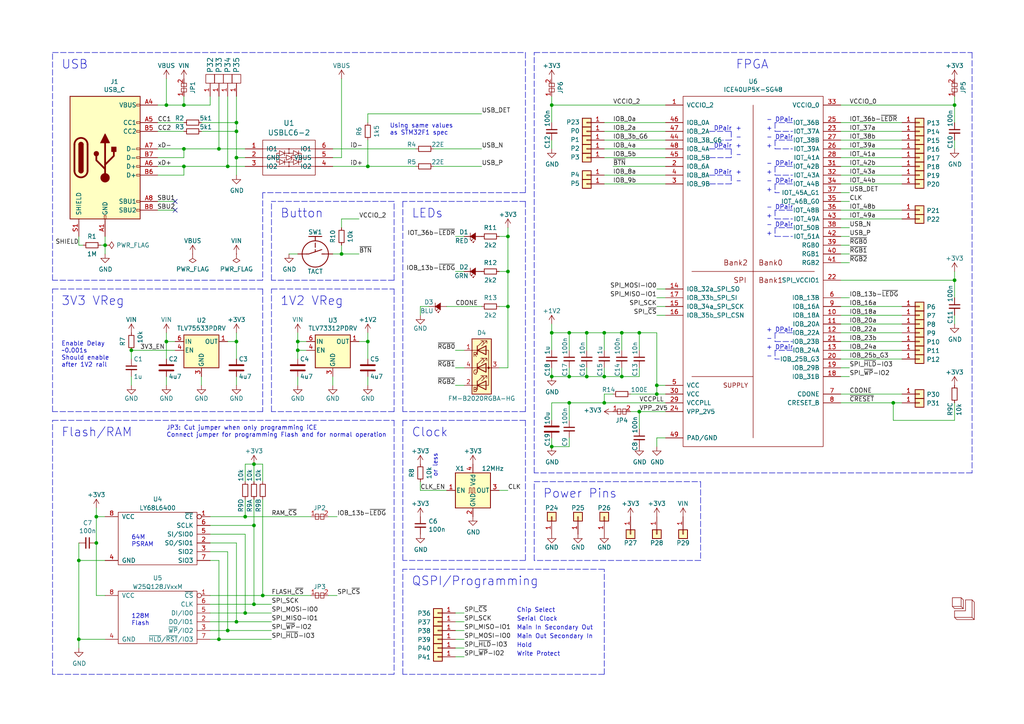
<source format=kicad_sch>
(kicad_sch (version 20231120) (generator "eeschema") (generator_version "8.0")
  (paper "A4")
  (title_block (title "iCEBreaker Bitsy") (date "2020-08-05") (rev "v1.1a") (company "1BitSquared") (comment 1 "© 2018-2020 1BitSquared <info@1bitsquared.com>") (comment 2 "© 2018-2020 Piotr Esden-Tempski <piotr@esden.net>") (comment 3 "© 2020 Jordi Pakey-Rodriguez <jordi@0xdec.im>") (comment 4 "License: CC BY-SA 4.0"))
  (junction (at 63.5 43.18))
  (junction (at 73.66 175.26))
  (junction (at 99.06 73.66))
  (junction (at 71.12 149.86))
  (junction (at 276.86 30.48))
  (junction (at 68.58 38.1))
  (junction (at 71.12 177.8))
  (junction (at 53.34 48.26))
  (junction (at 68.58 45.72))
  (junction (at 180.34 96.52))
  (junction (at 76.2 172.72))
  (junction (at 276.86 81.28))
  (junction (at 160.02 129.54))
  (junction (at 68.58 35.56))
  (junction (at 68.58 180.34))
  (junction (at 170.18 109.22))
  (junction (at 160.02 96.52))
  (junction (at 53.34 30.48))
  (junction (at 22.86 162.56))
  (junction (at 63.5 185.42))
  (junction (at 175.26 96.52))
  (junction (at 66.04 182.88))
  (junction (at 22.86 185.42))
  (junction (at 66.04 48.26))
  (junction (at 30.48 71.12))
  (junction (at 175.26 109.22))
  (junction (at 259.08 116.84))
  (junction (at 170.18 96.52))
  (junction (at 185.42 96.52))
  (junction (at 48.26 30.48))
  (junction (at 160.02 30.48))
  (junction (at 160.02 109.22))
  (junction (at 165.1 116.84))
  (junction (at 147.32 68.58))
  (junction (at 106.68 99.06))
  (junction (at 86.36 99.06))
  (junction (at 86.36 101.6))
  (junction (at 190.5 111.76))
  (junction (at 190.5 114.3))
  (junction (at 48.26 99.06))
  (junction (at 106.68 48.26))
  (junction (at 165.1 109.22))
  (junction (at 147.32 88.9))
  (junction (at 53.34 43.18))
  (junction (at 180.34 109.22))
  (junction (at 38.1 101.6))
  (junction (at 73.66 134.62))
  (junction (at 185.42 119.38))
  (junction (at 27.94 157.48))
  (junction (at 27.94 149.86))
  (junction (at 175.26 116.84))
  (junction (at 165.1 96.52))
  (junction (at 73.66 152.4))
  (junction (at 68.58 99.06))
  (junction (at 147.32 78.74))
  (no_connect (at 50.8 60.96))
  (no_connect (at 50.8 58.42))
  (wire (pts (xy 68.58 99.06) (xy 68.58 104.14)))
  (wire (pts (xy 193.04 116.84) (xy 175.26 116.84)))
  (wire (pts (xy 60.96 157.48) (xy 68.58 157.48)))
  (wire (pts (xy 175.26 96.52) (xy 175.26 101.6)))
  (wire (pts (xy 106.68 99.06) (xy 106.68 96.52)))
  (polyline (pts (xy 224.79 48.26) (xy 224.79 50.8)) (stroke (width 0) (type dash)))
  (wire (pts (xy 66.04 182.88) (xy 78.74 182.88)))
  (wire (pts (xy 175.26 96.52) (xy 170.18 96.52)))
  (wire (pts (xy 165.1 106.68) (xy 165.1 109.22)))
  (wire (pts (xy 22.86 71.12) (xy 24.13 71.12)))
  (wire (pts (xy 66.04 48.26) (xy 71.12 48.26)))
  (wire (pts (xy 86.36 101.6) (xy 86.36 99.06)))
  (wire (pts (xy 60.96 185.42) (xy 63.5 185.42)))
  (polyline (pts (xy 15.24 195.58) (xy 15.24 121.92)) (stroke (width 0) (type dash)))
  (polyline (pts (xy 114.3 81.28) (xy 78.74 81.28)) (stroke (width 0) (type dash)))
  (wire (pts (xy 190.5 111.76) (xy 190.5 114.3)))
  (wire (pts (xy 243.84 60.96) (xy 261.62 60.96)))
  (wire (pts (xy 193.04 35.56) (xy 175.26 35.56)))
  (wire (pts (xy 132.08 187.96) (xy 134.62 187.96)))
  (wire (pts (xy 38.1 101.6) (xy 50.8 101.6)))
  (wire (pts (xy 30.48 162.56) (xy 22.86 162.56)))
  (polyline (pts (xy 78.74 119.38) (xy 78.74 83.82)) (stroke (width 0) (type dash)))
  (polyline (pts (xy 224.79 60.96) (xy 224.79 63.5)) (stroke (width 0) (type dash)))
  (wire (pts (xy 106.68 111.76) (xy 106.68 109.22)))
  (wire (pts (xy 60.96 175.26) (xy 73.66 175.26)))
  (wire (pts (xy 38.1 101.6) (xy 38.1 104.14)))
  (wire (pts (xy 121.92 142.24) (xy 121.92 139.7)))
  (wire (pts (xy 71.12 45.72) (xy 68.58 45.72)))
  (wire (pts (xy 60.96 149.86) (xy 71.12 149.86)))
  (wire (pts (xy 38.1 111.76) (xy 38.1 109.22)))
  (wire (pts (xy 48.26 30.48) (xy 48.26 22.86)))
  (wire (pts (xy 177.8 114.3) (xy 175.26 114.3)))
  (wire (pts (xy 22.86 162.56) (xy 22.86 185.42)))
  (wire (pts (xy 175.26 106.68) (xy 175.26 109.22)))
  (wire (pts (xy 175.26 109.22) (xy 170.18 109.22)))
  (wire (pts (xy 96.52 43.18) (xy 120.65 43.18)))
  (polyline (pts (xy 152.4 55.88) (xy 76.2 55.88)) (stroke (width 0) (type dash)))
  (wire (pts (xy 86.36 109.22) (xy 86.36 111.76)))
  (wire (pts (xy 193.04 111.76) (xy 190.5 111.76)))
  (wire (pts (xy 76.2 134.62) (xy 76.2 139.7)))
  (wire (pts (xy 68.58 38.1) (xy 68.58 45.72)))
  (wire (pts (xy 73.66 152.4) (xy 60.96 152.4)))
  (polyline (pts (xy 212.09 43.18) (xy 212.09 45.72)) (stroke (width 0) (type dash)))
  (wire (pts (xy 45.72 35.56) (xy 53.34 35.56)))
  (polyline (pts (xy 224.79 99.06) (xy 229.87 99.06)) (stroke (width 0) (type dash)))
  (polyline (pts (xy 154.94 15.24) (xy 281.94 15.24)) (stroke (width 0) (type dash)))
  (wire (pts (xy 259.08 121.92) (xy 276.86 121.92)))
  (wire (pts (xy 60.96 27.94) (xy 60.96 30.48)))
  (wire (pts (xy 60.96 177.8) (xy 71.12 177.8)))
  (wire (pts (xy 193.04 48.26) (xy 177.8 48.26)))
  (wire (pts (xy 276.86 81.28) (xy 276.86 86.36)))
  (wire (pts (xy 125.73 43.18) (xy 139.7 43.18)))
  (wire (pts (xy 193.04 53.34) (xy 175.26 53.34)))
  (polyline (pts (xy 212.09 53.34) (xy 205.74 53.34)) (stroke (width 0) (type dash)))
  (wire (pts (xy 243.84 35.56) (xy 261.62 35.56)))
  (wire (pts (xy 96.52 48.26) (xy 106.68 48.26)))
  (wire (pts (xy 73.66 152.4) (xy 73.66 144.78)))
  (wire (pts (xy 71.12 177.8) (xy 78.74 177.8)))
  (wire (pts (xy 259.08 116.84) (xy 259.08 121.92)))
  (wire (pts (xy 180.34 96.52) (xy 175.26 96.52)))
  (wire (pts (xy 30.48 71.12) (xy 30.48 73.66)))
  (wire (pts (xy 190.5 96.52) (xy 190.5 111.76)))
  (wire (pts (xy 276.86 30.48) (xy 276.86 35.56)))
  (wire (pts (xy 276.86 27.94) (xy 276.86 30.48)))
  (wire (pts (xy 68.58 157.48) (xy 68.58 180.34)))
  (wire (pts (xy 243.84 109.22) (xy 246.38 109.22)))
  (wire (pts (xy 243.84 91.44) (xy 261.62 91.44)))
  (wire (pts (xy 106.68 48.26) (xy 106.68 40.64)))
  (wire (pts (xy 68.58 45.72) (xy 68.58 50.8)))
  (wire (pts (xy 121.92 88.9) (xy 121.92 91.44)))
  (wire (pts (xy 121.92 142.24) (xy 129.54 142.24)))
  (wire (pts (xy 193.04 40.64) (xy 175.26 40.64)))
  (wire (pts (xy 160.02 129.54) (xy 165.1 129.54)))
  (wire (pts (xy 73.66 134.62) (xy 71.12 134.62)))
  (wire (pts (xy 160.02 127) (xy 160.02 129.54)))
  (wire (pts (xy 132.08 106.68) (xy 134.62 106.68)))
  (wire (pts (xy 48.26 99.06) (xy 48.26 96.52)))
  (wire (pts (xy 58.42 35.56) (xy 68.58 35.56)))
  (polyline (pts (xy 152.4 119.38) (xy 116.84 119.38)) (stroke (width 0) (type dash)))
  (wire (pts (xy 165.1 109.22) (xy 170.18 109.22)))
  (wire (pts (xy 182.88 119.38) (xy 185.42 119.38)))
  (wire (pts (xy 165.1 116.84) (xy 165.1 121.92)))
  (wire (pts (xy 53.34 45.72) (xy 53.34 43.18)))
  (wire (pts (xy 68.58 27.94) (xy 68.58 35.56)))
  (wire (pts (xy 86.36 99.06) (xy 86.36 96.52)))
  (wire (pts (xy 243.84 96.52) (xy 261.62 96.52)))
  (wire (pts (xy 22.86 68.58) (xy 22.86 71.12)))
  (wire (pts (xy 243.84 106.68) (xy 246.38 106.68)))
  (wire (pts (xy 27.94 172.72) (xy 30.48 172.72)))
  (wire (pts (xy 99.06 45.72) (xy 99.06 22.86)))
  (polyline (pts (xy 15.24 121.92) (xy 114.3 121.92)) (stroke (width 0) (type dash)))
  (wire (pts (xy 193.04 86.36) (xy 190.5 86.36)))
  (wire (pts (xy 45.72 43.18) (xy 53.34 43.18)))
  (polyline (pts (xy 114.3 81.28) (xy 114.3 58.42)) (stroke (width 0) (type dash)))
  (wire (pts (xy 193.04 45.72) (xy 175.26 45.72)))
  (wire (pts (xy 132.08 177.8) (xy 134.62 177.8)))
  (wire (pts (xy 147.32 88.9) (xy 147.32 78.74)))
  (wire (pts (xy 88.9 101.6) (xy 86.36 101.6)))
  (polyline (pts (xy 224.79 50.8) (xy 229.87 50.8)) (stroke (width 0) (type dash)))
  (wire (pts (xy 276.86 43.18) (xy 276.86 40.64)))
  (polyline (pts (xy 281.94 137.16) (xy 154.94 137.16)) (stroke (width 0) (type dash)))
  (wire (pts (xy 160.02 96.52) (xy 160.02 101.6)))
  (wire (pts (xy 160.02 43.18) (xy 160.02 40.64)))
  (wire (pts (xy 180.34 109.22) (xy 175.26 109.22)))
  (wire (pts (xy 106.68 35.56) (xy 106.68 33.02)))
  (wire (pts (xy 48.26 30.48) (xy 53.34 30.48)))
  (wire (pts (xy 243.84 101.6) (xy 261.62 101.6)))
  (wire (pts (xy 96.52 45.72) (xy 99.06 45.72)))
  (wire (pts (xy 71.12 154.94) (xy 71.12 177.8)))
  (wire (pts (xy 144.78 88.9) (xy 147.32 88.9)))
  (wire (pts (xy 144.78 106.68) (xy 147.32 106.68)))
  (wire (pts (xy 53.34 50.8) (xy 53.34 48.26)))
  (polyline (pts (xy 224.79 63.5) (xy 229.87 63.5)) (stroke (width 0) (type dash)))
  (wire (pts (xy 243.84 30.48) (xy 276.86 30.48)))
  (wire (pts (xy 60.96 162.56) (xy 63.5 162.56)))
  (polyline (pts (xy 78.74 83.82) (xy 114.3 83.82)) (stroke (width 0) (type dash)))
  (polyline (pts (xy 224.79 55.88) (xy 226.06 55.88)) (stroke (width 0) (type dash)))
  (wire (pts (xy 30.48 149.86) (xy 27.94 149.86)))
  (polyline (pts (xy 229.87 48.26) (xy 224.79 48.26)) (stroke (width 0) (type dash)))
  (wire (pts (xy 106.68 99.06) (xy 106.68 104.14)))
  (wire (pts (xy 134.62 68.58) (xy 132.08 68.58)))
  (wire (pts (xy 170.18 96.52) (xy 170.18 101.6)))
  (wire (pts (xy 66.04 160.02) (xy 66.04 182.88)))
  (polyline (pts (xy 212.09 38.1) (xy 212.09 40.64)) (stroke (width 0) (type dash)))
  (polyline (pts (xy 175.26 195.58) (xy 116.84 195.58)) (stroke (width 0) (type dash)))
  (polyline (pts (xy 224.79 35.56) (xy 224.79 38.1)) (stroke (width 0) (type dash)))
  (wire (pts (xy 63.5 162.56) (xy 63.5 185.42)))
  (wire (pts (xy 193.04 50.8) (xy 175.26 50.8)))
  (wire (pts (xy 27.94 149.86) (xy 27.94 147.32)))
  (polyline (pts (xy 205.74 38.1) (xy 212.09 38.1)) (stroke (width 0) (type dash)))
  (wire (pts (xy 243.84 48.26) (xy 261.62 48.26)))
  (wire (pts (xy 53.34 48.26) (xy 66.04 48.26)))
  (wire (pts (xy 144.78 68.58) (xy 147.32 68.58)))
  (polyline (pts (xy 78.74 81.28) (xy 78.74 58.42)) (stroke (width 0) (type dash)))
  (wire (pts (xy 99.06 63.5) (xy 99.06 66.04)))
  (wire (pts (xy 147.32 106.68) (xy 147.32 88.9)))
  (wire (pts (xy 243.84 104.14) (xy 261.62 104.14)))
  (polyline (pts (xy 116.84 121.92) (xy 116.84 162.56)) (stroke (width 0) (type dash)))
  (polyline (pts (xy 224.79 96.52) (xy 224.79 99.06)) (stroke (width 0) (type dash)))
  (wire (pts (xy 160.02 109.22) (xy 165.1 109.22)))
  (polyline (pts (xy 229.87 96.52) (xy 224.79 96.52)) (stroke (width 0) (type dash)))
  (wire (pts (xy 71.12 134.62) (xy 71.12 139.7)))
  (wire (pts (xy 71.12 149.86) (xy 71.12 144.78)))
  (polyline (pts (xy 76.2 81.28) (xy 15.24 81.28)) (stroke (width 0) (type dash)))
  (polyline (pts (xy 152.4 15.24) (xy 152.4 55.88)) (stroke (width 0) (type dash)))
  (polyline (pts (xy 76.2 83.82) (xy 76.2 119.38)) (stroke (width 0) (type dash)))
  (polyline (pts (xy 154.94 162.56) (xy 154.94 139.7)) (stroke (width 0) (type dash)))
  (wire (pts (xy 243.84 71.12) (xy 246.38 71.12)))
  (wire (pts (xy 71.12 149.86) (xy 90.17 149.86)))
  (wire (pts (xy 165.1 96.52) (xy 165.1 101.6)))
  (polyline (pts (xy 152.4 121.92) (xy 116.84 121.92)) (stroke (width 0) (type dash)))
  (wire (pts (xy 95.25 149.86) (xy 97.79 149.86)))
  (wire (pts (xy 185.42 96.52) (xy 180.34 96.52)))
  (wire (pts (xy 68.58 180.34) (xy 78.74 180.34)))
  (wire (pts (xy 160.02 116.84) (xy 165.1 116.84)))
  (polyline (pts (xy 15.24 83.82) (xy 76.2 83.82)) (stroke (width 0) (type dash)))
  (wire (pts (xy 53.34 27.94) (xy 53.34 30.48)))
  (wire (pts (xy 45.72 50.8) (xy 53.34 50.8)))
  (wire (pts (xy 68.58 35.56) (xy 68.58 38.1)))
  (wire (pts (xy 147.32 68.58) (xy 147.32 66.04)))
  (wire (pts (xy 193.04 88.9) (xy 190.5 88.9)))
  (wire (pts (xy 193.04 38.1) (xy 175.26 38.1)))
  (polyline (pts (xy 205.74 43.18) (xy 212.09 43.18)) (stroke (width 0) (type dash)))
  (polyline (pts (xy 15.24 81.28) (xy 15.24 15.24)) (stroke (width 0) (type dash)))
  (wire (pts (xy 185.42 119.38) (xy 193.04 119.38)))
  (wire (pts (xy 185.42 109.22) (xy 180.34 109.22)))
  (wire (pts (xy 66.04 99.06) (xy 68.58 99.06)))
  (wire (pts (xy 134.62 78.74) (xy 132.08 78.74)))
  (wire (pts (xy 45.72 60.96) (xy 50.8 60.96)))
  (polyline (pts (xy 224.79 66.04) (xy 224.79 68.58)) (stroke (width 0) (type dash)))
  (polyline (pts (xy 224.79 43.18) (xy 229.87 43.18)) (stroke (width 0) (type dash)))
  (polyline (pts (xy 114.3 83.82) (xy 114.3 119.38)) (stroke (width 0) (type dash)))
  (wire (pts (xy 60.96 154.94) (xy 71.12 154.94)))
  (wire (pts (xy 243.84 45.72) (xy 261.62 45.72)))
  (wire (pts (xy 22.86 157.48) (xy 22.86 162.56)))
  (polyline (pts (xy 76.2 55.88) (xy 76.2 81.28)) (stroke (width 0) (type dash)))
  (polyline (pts (xy 154.94 137.16) (xy 154.94 15.24)) (stroke (width 0) (type dash)))
  (wire (pts (xy 27.94 157.48) (xy 27.94 172.72)))
  (wire (pts (xy 243.84 55.88) (xy 246.38 55.88)))
  (wire (pts (xy 144.78 142.24) (xy 147.32 142.24)))
  (wire (pts (xy 160.02 30.48) (xy 160.02 35.56)))
  (polyline (pts (xy 152.4 162.56) (xy 116.84 162.56)) (stroke (width 0) (type dash)))
  (polyline (pts (xy 224.79 68.58) (xy 229.87 68.58)) (stroke (width 0) (type dash)))
  (wire (pts (xy 68.58 111.76) (xy 68.58 109.22)))
  (polyline (pts (xy 224.79 101.6) (xy 224.79 104.14)) (stroke (width 0) (type dash)))
  (wire (pts (xy 276.86 81.28) (xy 276.86 78.74)))
  (polyline (pts (xy 114.3 121.92) (xy 114.3 195.58)) (stroke (width 0) (type dash)))
  (wire (pts (xy 76.2 172.72) (xy 90.17 172.72)))
  (polyline (pts (xy 203.2 162.56) (xy 154.94 162.56)) (stroke (width 0) (type dash)))
  (wire (pts (xy 190.5 127) (xy 190.5 129.54)))
  (wire (pts (xy 160.02 106.68) (xy 160.02 109.22)))
  (polyline (pts (xy 224.79 38.1) (xy 229.87 38.1)) (stroke (width 0) (type dash)))
  (polyline (pts (xy 212.09 50.8) (xy 212.09 53.34)) (stroke (width 0) (type dash)))
  (wire (pts (xy 96.52 73.66) (xy 99.06 73.66)))
  (wire (pts (xy 104.14 63.5) (xy 99.06 63.5)))
  (polyline (pts (xy 76.2 119.38) (xy 15.24 119.38)) (stroke (width 0) (type dash)))
  (polyline (pts (xy 205.74 50.8) (xy 212.09 50.8)) (stroke (width 0) (type dash)))
  (wire (pts (xy 193.04 114.3) (xy 190.5 114.3)))
  (wire (pts (xy 243.84 81.28) (xy 276.86 81.28)))
  (wire (pts (xy 243.84 116.84) (xy 259.08 116.84)))
  (wire (pts (xy 243.84 63.5) (xy 261.62 63.5)))
  (polyline (pts (xy 116.84 195.58) (xy 116.84 165.1)) (stroke (width 0) (type dash)))
  (wire (pts (xy 243.84 76.2) (xy 246.38 76.2)))
  (polyline (pts (xy 15.24 119.38) (xy 15.24 83.82)) (stroke (width 0) (type dash)))
  (wire (pts (xy 160.02 27.94) (xy 160.02 30.48)))
  (wire (pts (xy 60.96 182.88) (xy 66.04 182.88)))
  (polyline (pts (xy 15.24 15.24) (xy 152.4 15.24)) (stroke (width 0) (type dash)))
  (wire (pts (xy 190.5 96.52) (xy 185.42 96.52)))
  (wire (pts (xy 193.04 91.44) (xy 190.5 91.44)))
  (wire (pts (xy 160.02 30.48) (xy 193.04 30.48)))
  (wire (pts (xy 60.96 30.48) (xy 53.34 30.48)))
  (wire (pts (xy 45.72 30.48) (xy 48.26 30.48)))
  (wire (pts (xy 30.48 71.12) (xy 30.48 68.58)))
  (wire (pts (xy 243.84 86.36) (xy 246.38 86.36)))
  (wire (pts (xy 106.68 48.26) (xy 120.65 48.26)))
  (wire (pts (xy 243.84 93.98) (xy 261.62 93.98)))
  (wire (pts (xy 27.94 149.86) (xy 27.94 157.48)))
  (wire (pts (xy 243.84 99.06) (xy 261.62 99.06)))
  (polyline (pts (xy 175.26 195.58) (xy 175.26 165.1)) (stroke (width 0) (type dash)))
  (polyline (pts (xy 154.94 139.7) (xy 203.2 139.7)) (stroke (width 0) (type dash)))
  (wire (pts (xy 243.84 43.18) (xy 261.62 43.18)))
  (polyline (pts (xy 116.84 58.42) (xy 116.84 119.38)) (stroke (width 0) (type dash)))
  (polyline (pts (xy 212.09 40.64) (xy 209.55 40.64)) (stroke (width 0) (type dash)))
  (wire (pts (xy 243.84 73.66) (xy 246.38 73.66)))
  (wire (pts (xy 243.84 50.8) (xy 261.62 50.8)))
  (wire (pts (xy 63.5 27.94) (xy 63.5 43.18)))
  (wire (pts (xy 48.26 99.06) (xy 50.8 99.06)))
  (wire (pts (xy 243.84 66.04) (xy 246.38 66.04)))
  (polyline (pts (xy 224.79 53.34) (xy 224.79 55.88)) (stroke (width 0) (type dash)))
  (wire (pts (xy 175.26 116.84) (xy 165.1 116.84)))
  (polyline (pts (xy 229.87 66.04) (xy 224.79 66.04)) (stroke (width 0) (type dash)))
  (wire (pts (xy 132.08 111.76) (xy 134.62 111.76)))
  (wire (pts (xy 86.36 104.14) (xy 86.36 101.6)))
  (polyline (pts (xy 175.26 165.1) (xy 116.84 165.1)) (stroke (width 0) (type dash)))
  (wire (pts (xy 243.84 40.64) (xy 261.62 40.64)))
  (polyline (pts (xy 152.4 121.92) (xy 152.4 162.56)) (stroke (width 0) (type dash)))
  (wire (pts (xy 243.84 68.58) (xy 246.38 68.58)))
  (wire (pts (xy 170.18 109.22) (xy 170.18 106.68)))
  (wire (pts (xy 243.84 53.34) (xy 261.62 53.34)))
  (wire (pts (xy 95.25 172.72) (xy 97.79 172.72)))
  (wire (pts (xy 185.42 96.52) (xy 185.42 101.6)))
  (wire (pts (xy 132.08 180.34) (xy 134.62 180.34)))
  (wire (pts (xy 243.84 114.3) (xy 261.62 114.3)))
  (wire (pts (xy 99.06 73.66) (xy 99.06 71.12)))
  (wire (pts (xy 144.78 78.74) (xy 147.32 78.74)))
  (wire (pts (xy 160.02 93.98) (xy 160.02 96.52)))
  (wire (pts (xy 22.86 185.42) (xy 22.86 187.96)))
  (wire (pts (xy 185.42 124.46) (xy 185.42 119.38)))
  (wire (pts (xy 63.5 185.42) (xy 78.74 185.42)))
  (wire (pts (xy 193.04 43.18) (xy 175.26 43.18)))
  (polyline (pts (xy 229.87 101.6) (xy 224.79 101.6)) (stroke (width 0) (type dash)))
  (wire (pts (xy 73.66 152.4) (xy 73.66 175.26)))
  (wire (pts (xy 165.1 127) (xy 165.1 129.54)))
  (polyline (pts (xy 152.4 58.42) (xy 152.4 119.38)) (stroke (width 0) (type dash)))
  (wire (pts (xy 76.2 144.78) (xy 76.2 172.72)))
  (wire (pts (xy 60.96 172.72) (xy 76.2 172.72)))
  (wire (pts (xy 86.36 73.66) (xy 83.82 73.66)))
  (wire (pts (xy 180.34 106.68) (xy 180.34 109.22)))
  (polyline (pts (xy 114.3 58.42) (xy 78.74 58.42)) (stroke (width 0) (type dash)))
  (polyline (pts (xy 224.79 40.64) (xy 224.79 43.18)) (stroke (width 0) (type dash)))
  (wire (pts (xy 99.06 73.66) (xy 104.14 73.66)))
  (wire (pts (xy 96.52 109.22) (xy 96.52 111.76)))
  (wire (pts (xy 243.84 88.9) (xy 261.62 88.9)))
  (wire (pts (xy 45.72 58.42) (xy 50.8 58.42)))
  (wire (pts (xy 193.04 127) (xy 190.5 127)))
  (wire (pts (xy 180.34 96.52) (xy 180.34 101.6)))
  (wire (pts (xy 134.62 182.88) (xy 132.08 182.88)))
  (wire (pts (xy 60.96 160.02) (xy 66.04 160.02)))
  (wire (pts (xy 58.42 109.22) (xy 58.42 111.76)))
  (wire (pts (xy 165.1 96.52) (xy 160.02 96.52)))
  (wire (pts (xy 66.04 27.94) (xy 66.04 48.26)))
  (polyline (pts (xy 114.3 119.38) (xy 78.74 119.38)) (stroke (width 0) (type dash)))
  (wire (pts (xy 190.5 114.3) (xy 182.88 114.3)))
  (wire (pts (xy 259.08 116.84) (xy 261.62 116.84)))
  (wire (pts (xy 134.62 190.5) (xy 132.08 190.5)))
  (wire (pts (xy 53.34 43.18) (xy 63.5 43.18)))
  (wire (pts (xy 48.26 104.14) (xy 48.26 99.06)))
  (polyline (pts (xy 114.3 195.58) (xy 15.24 195.58)) (stroke (width 0) (type dash)))
  (wire (pts (xy 134.62 185.42) (xy 132.08 185.42)))
  (polyline (pts (xy 229.87 60.96) (xy 224.79 60.96)) (stroke (width 0) (type dash)))
  (polyline (pts (xy 212.09 45.72) (xy 205.74 45.72)) (stroke (width 0) (type dash)))
  (wire (pts (xy 132.08 101.6) (xy 134.62 101.6)))
  (polyline (pts (xy 152.4 58.42) (xy 116.84 58.42)) (stroke (width 0) (type dash)))
  (wire (pts (xy 106.68 33.02) (xy 139.7 33.02)))
  (wire (pts (xy 243.84 58.42) (xy 246.38 58.42)))
  (polyline (pts (xy 229.87 40.64) (xy 224.79 40.64)) (stroke (width 0) (type dash)))
  (wire (pts (xy 29.21 71.12) (xy 30.48 71.12)))
  (wire (pts (xy 276.86 121.92) (xy 276.86 116.84)))
  (wire (pts (xy 243.84 38.1) (xy 261.62 38.1)))
  (polyline (pts (xy 281.94 15.24) (xy 281.94 137.16)) (stroke (width 0) (type dash)))
  (polyline (pts (xy 224.79 104.14) (xy 226.06 104.14)) (stroke (width 0) (type dash)))
  (polyline (pts (xy -217.17 205.74) (xy -217.17 152.4)) (stroke (width 0) (type dash)))
  (wire (pts (xy 63.5 43.18) (xy 71.12 43.18)))
  (wire (pts (xy 68.58 99.06) (xy 68.58 96.52)))
  (wire (pts (xy 129.54 88.9) (xy 139.7 88.9)))
  (wire (pts (xy 45.72 48.26) (xy 53.34 48.26)))
  (wire (pts (xy 22.86 185.42) (xy 30.48 185.42)))
  (wire (pts (xy 185.42 106.68) (xy 185.42 109.22)))
  (wire (pts (xy 193.04 83.82) (xy 190.5 83.82)))
  (polyline (pts (xy 203.2 139.7) (xy 203.2 162.56)) (stroke (width 0) (type dash)))
  (wire (pts (xy 73.66 134.62) (xy 76.2 134.62)))
  (wire (pts (xy 160.02 121.92) (xy 160.02 116.84)))
  (wire (pts (xy 73.66 175.26) (xy 78.74 175.26)))
  (wire (pts (xy 104.14 99.06) (xy 106.68 99.06)))
  (wire (pts (xy 170.18 96.52) (xy 165.1 96.52)))
  (wire (pts (xy 60.96 180.34) (xy 68.58 180.34)))
  (wire (pts (xy 45.72 38.1) (xy 53.34 38.1)))
  (wire (pts (xy 276.86 93.98) (xy 276.86 91.44)))
  (wire (pts (xy 175.26 114.3) (xy 175.26 116.84)))
  (wire (pts (xy 124.46 88.9) (xy 121.92 88.9)))
  (wire (pts (xy 86.36 99.06) (xy 88.9 99.06)))
  (wire (pts (xy 58.42 38.1) (xy 68.58 38.1)))
  (wire (pts (xy 73.66 139.7) (xy 73.66 134.62)))
  (wire (pts (xy 125.73 48.26) (xy 139.7 48.26)))
  (wire (pts (xy 48.26 109.22) (xy 48.26 111.76)))
  (wire (pts (xy 45.72 45.72) (xy 53.34 45.72)))
  (polyline (pts (xy 229.87 35.56) (xy 224.79 35.56)) (stroke (width 0) (type dash)))
  (polyline (pts (xy 229.87 53.34) (xy 224.79 53.34)) (stroke (width 0) (type dash)))
  (wire (pts (xy 147.32 78.74) (xy 147.32 68.58)))
  (text "LEDs" (at 119.38 63.5 0) (effects (font (size 2.54 2.54)) (justify left bottom)))
  (text "+" (at 222.25 63.5 0) (effects (font (size 1.27 1.27)) (justify left bottom)))
  (text "DPair" (at 207.01 43.18 0) (effects (font (size 1.27 1.27)) (justify left bottom)))
  (text "-" (at 222.25 35.56 0) (effects (font (size 1.27 1.27)) (justify left bottom)))
  (text "-" (at 222.25 48.26 0) (effects (font (size 1.27 1.27)) (justify left bottom)))
  (text "DPair" (at 224.79 48.26 0) (effects (font (size 1.27 1.27)) (justify left bottom)))
  (text "+" (at 222.25 96.52 0) (effects (font (size 1.27 1.27)) (justify left bottom)))
  (text "-" (at 213.36 40.64 0) (effects (font (size 1.27 1.27)) (justify left bottom)))
  (text "Flash/RAM" (at 17.78 127 0) (effects (font (size 2.54 2.54)) (justify left bottom)))
  (text "-" (at 213.36 45.72 0) (effects (font (size 1.27 1.27)) (justify left bottom)))
  (text "+" (at 222.25 43.18 0) (effects (font (size 1.27 1.27)) (justify left bottom)))
  (text "or less" (at 127 138.43 90) (effects (font (size 1.27 1.27)) (justify left bottom)))
  (text "USB" (at 17.78 20.32 0) (effects (font (size 2.54 2.54)) (justify left bottom)))
  (text "DPair" (at 224.79 96.52 0) (effects (font (size 1.27 1.27)) (justify left bottom)))
  (text "Enable Delay\n~0.001s\nShould enable\nafter 1V2 rail" (at 17.78 106.68 0) (effects (font (size 1.27 1.27)) (justify left bottom)))
  (text "-" (at 222.25 60.96 0) (effects (font (size 1.27 1.27)) (justify left bottom)))
  (text "64M\nPSRAM" (at 38.1 158.75 0) (effects (font (size 1.27 1.27)) (justify left bottom)))
  (text "Button" (at 81.28 63.5 0) (effects (font (size 2.54 2.54)) (justify left bottom)))
  (text "+" (at 222.25 50.8 0) (effects (font (size 1.27 1.27)) (justify left bottom)))
  (text "Serial Clock" (at 149.86 180.34 0) (effects (font (size 1.27 1.27)) (justify left bottom)))
  (text "DPair" (at 224.79 40.64 0) (effects (font (size 1.27 1.27)) (justify left bottom)))
  (text "DPair" (at 207.01 38.1 0) (effects (font (size 1.27 1.27)) (justify left bottom)))
  (text "DPair" (at 224.79 53.34 0) (effects (font (size 1.27 1.27)) (justify left bottom)))
  (text "-" (at 213.36 53.34 0) (effects (font (size 1.27 1.27)) (justify left bottom)))
  (text "DPair" (at 224.79 101.6 0) (effects (font (size 1.27 1.27)) (justify left bottom)))
  (text "+" (at 222.25 55.88 0) (effects (font (size 1.27 1.27)) (justify left bottom)))
  (text "1V2 VReg" (at 81.28 88.9 0) (effects (font (size 2.54 2.54)) (justify left bottom)))
  (text "Write Protect" (at 149.86 190.5 0) (effects (font (size 1.27 1.27)) (justify left bottom)))
  (text "Hold" (at 149.86 187.96 0) (effects (font (size 1.27 1.27)) (justify left bottom)))
  (text "-" (at 222.25 104.14 0) (effects (font (size 1.27 1.27)) (justify left bottom)))
  (text "+" (at 222.25 38.1 0) (effects (font (size 1.27 1.27)) (justify left bottom)))
  (text "Clock" (at 119.38 127 0) (effects (font (size 2.54 2.54)) (justify left bottom)))
  (text "Main In Secondary Out" (at 149.86 182.88 0) (effects (font (size 1.27 1.27)) (justify left bottom)))
  (text "+" (at 222.25 68.58 0) (effects (font (size 1.27 1.27)) (justify left bottom)))
  (text "128M\nFlash" (at 38.1 181.61 0) (effects (font (size 1.27 1.27)) (justify left bottom)))
  (text "+" (at 213.36 43.18 0) (effects (font (size 1.27 1.27)) (justify left bottom)))
  (text "-" (at 222.25 40.64 0) (effects (font (size 1.27 1.27)) (justify left bottom)))
  (text "JP3: Cut jumper when only programming iCE\nConnect jumper for programming Flash and for normal operation" (at 48.26 127 0) (effects (font (size 1.27 1.27)) (justify left bottom)))
  (text "+" (at 213.36 50.8 0) (effects (font (size 1.27 1.27)) (justify left bottom)))
  (text "DPair" (at 224.79 35.56 0) (effects (font (size 1.27 1.27)) (justify left bottom)))
  (text "DPair" (at 224.79 60.96 0) (effects (font (size 1.27 1.27)) (justify left bottom)))
  (text "DPair" (at 207.01 50.8 0) (effects (font (size 1.27 1.27)) (justify left bottom)))
  (text "-" (at 222.25 66.04 0) (effects (font (size 1.27 1.27)) (justify left bottom)))
  (text "-" (at 222.25 53.34 0) (effects (font (size 1.27 1.27)) (justify left bottom)))
  (text "Power Pins" (at 157.48 144.78 0) (effects (font (size 2.54 2.54)) (justify left bottom)))
  (text "DPair" (at 224.79 66.04 0) (effects (font (size 1.27 1.27)) (justify left bottom)))
  (text "Using same values\nas STM32F1 spec" (at 113.03 39.37 0) (effects (font (size 1.27 1.27)) (justify left bottom)))
  (text "Chip Select" (at 149.86 177.8 0) (effects (font (size 1.27 1.27)) (justify left bottom)))
  (text "FPGA" (at 213.36 20.32 0) (effects (font (size 2.54 2.54)) (justify left bottom)))
  (text "3V3 VReg" (at 17.78 88.9 0) (effects (font (size 2.54 2.54)) (justify left bottom)))
  (text "QSPI/Programming" (at 119.38 170.18 0) (effects (font (size 2.54 2.54)) (justify left bottom)))
  (text "+" (at 213.36 38.1 0) (effects (font (size 1.27 1.27)) (justify left bottom)))
  (text "Main Out Secondary In" (at 149.86 185.42 0) (effects (font (size 1.27 1.27)) (justify left bottom)))
  (text "-" (at 222.25 99.06 0) (effects (font (size 1.27 1.27)) (justify left bottom)))
  (text "+" (at 222.25 101.6 0) (effects (font (size 1.27 1.27)) (justify left bottom)))
  (label "IOB_25b_G3" (at 246.38 104.14 0))
  (label "iD-" (at 101.6 43.18 0))
  (label "IOB_0a" (at 177.8 35.56 0))
  (label "SPI_~{CS}" (at 190.5 91.44 180))
  (label "RAM_~{CS}" (at 78.74 149.86 0))
  (label "IOT_43a" (at 246.38 50.8 0))
  (label "IOB_22a" (at 246.38 96.52 0))
  (label "~{BTN}" (at 104.14 73.66 0))
  (label "SPI_SCK" (at 78.74 175.26 0))
  (label "IOB_4a" (at 177.8 43.18 0))
  (label "SPI_~{WP}-IO2" (at 134.62 190.5 0))
  (label "SPI_MOSI-IO0" (at 78.74 177.8 0))
  (label "IOB_5b" (at 177.8 45.72 0))
  (label "SPI_~{CS}" (at 134.62 177.8 0))
  (label "~{RGB0}" (at 246.38 71.12 0))
  (label "USB_DET" (at 246.38 55.88 0))
  (label "SPI_SCK" (at 190.5 88.9 180))
  (label "IOB_13b-~{LEDG}" (at 246.38 86.36 0))
  (label "IOT_39a" (at 246.38 43.18 0))
  (label "IOB_8a" (at 177.8 50.8 0))
  (label "IOB_9b" (at 177.8 53.34 0))
  (label "SBU2" (at 50.8 60.96 180))
  (label "VCCIO_2" (at 177.8 30.48 0))
  (label "IOB_24a" (at 246.38 101.6 0))
  (label "~{RGB1}" (at 132.08 106.68 180))
  (label "IOT_37a" (at 246.38 38.1 0))
  (label "CC2" (at 45.72 38.1 0))
  (label "IOB_3b_G6" (at 177.8 40.64 0))
  (label "USB_P" (at 139.7 48.26 0))
  (label "SBU1" (at 50.8 58.42 180))
  (label "~{RGB1}" (at 246.38 73.66 0))
  (label "~{RGB2}" (at 132.08 111.76 180))
  (label "SPI_SCK" (at 134.62 180.34 0))
  (label "IOB_20a" (at 246.38 93.98 0))
  (label "VPP_2V5" (at 185.42 119.38 0))
  (label "SPI_MISO-IO1" (at 134.62 182.88 0))
  (label "CLK" (at 147.32 142.24 0))
  (label "SPI_~{HLD}-IO3" (at 78.74 185.42 0))
  (label "IOB_16a" (at 246.38 88.9 0))
  (label "CDONE" (at 132.08 88.9 0))
  (label "CLK" (at 246.38 58.42 0))
  (label "IOB_18a" (at 246.38 91.44 0))
  (label "SPI_~{WP}-IO2" (at 78.74 182.88 0))
  (label "SPI_MOSI-IO0" (at 134.62 185.42 0))
  (label "SPI_MISO-IO1" (at 78.74 180.34 0))
  (label "VCCIO_0" (at 246.38 30.48 0))
  (label "~{RGB0}" (at 132.08 101.6 180))
  (label "FLASH_~{CS}" (at 78.74 172.72 0))
  (label "CC1" (at 45.72 35.56 0))
  (label "SPI_~{WP}-IO2" (at 246.38 109.22 0))
  (label "IOB_23b" (at 246.38 99.06 0))
  (label "SHIELD" (at 22.86 71.12 180))
  (label "USB_N" (at 139.7 43.18 0))
  (label "IOB_13b-~{LEDG}" (at 132.08 78.74 180))
  (label "USB_N" (at 246.38 66.04 0))
  (label "SPI_MOSI-IO0" (at 190.5 83.82 180))
  (label "VCCPLL" (at 185.42 116.84 0))
  (label "iD+" (at 101.6 48.26 0))
  (label "IOB_13b-~{LEDG}" (at 97.79 149.86 0))
  (label "IOT_48b" (at 246.38 60.96 0))
  (label "IOT_41a" (at 246.38 45.72 0))
  (label "IOT_42b" (at 246.38 48.26 0))
  (label "CDONE" (at 246.38 114.3 0))
  (label "IOT_38b" (at 246.38 40.64 0))
  (label "CLK_EN" (at 121.92 142.24 0))
  (label "~{RGB2}" (at 246.38 76.2 0))
  (label "3V3_EN" (at 40.64 101.6 0))
  (label "USB_DET" (at 139.7 33.02 0))
  (label "IOT_36b-~{LEDR}" (at 246.38 35.56 0))
  (label "IOT_44b" (at 246.38 53.34 0))
  (label "SPI_MISO-IO1" (at 190.5 86.36 180))
  (label "VCCIO_2" (at 104.14 63.5 0))
  (label "IOT_49a" (at 246.38 63.5 0))
  (label "~{BTN}" (at 177.8 48.26 0))
  (label "IOB_2a" (at 177.8 38.1 0))
  (label "IOT_36b-~{LEDR}" (at 132.08 68.58 180))
  (label "SPI_~{CS}" (at 97.79 172.72 0))
  (label "xD-" (at 45.72 43.18 0))
  (label "USB_P" (at 246.38 68.58 0))
  (label "xD+" (at 45.72 48.26 0))
  (label "~{CRESET}" (at 246.38 116.84 0))
  (label "SPI_~{HLD}-IO3" (at 246.38 106.68 0))
  (label "SPI_~{HLD}-IO3" (at 134.62 187.96 0))
  (symbol (lib_id "icebreaker-bitsy-rescue:ICE40UP5K-SG48-pkl_lattice") (at 218.44 78.74 0) (unit 1)
    (property "Reference" "U6" (at 218.44 23.622 0))
    (property "Value" "ICE40UP5K-SG48" (at 218.44 25.9842 0))
    (property "Footprint" "pkl_housings_dfn_qfn:QFN-48-1EP_7x7mm_Pitch0.5mm" (effects (hide yes)))
    (property "Source" "ANY" (effects (hide yes)))
    (property "Key" "ic-ice40up5k-sg48" (effects (hide yes)))
  )
  (symbol (lib_id "icebreaker-bitsy-rescue:GND-power") (at 190.5 129.54 0) (unit 1)
    (property "Reference" "#PWR01" (effects (hide yes)))
    (property "Value" "GND" (at 190.627 134.0104 0))
  )
  (symbol (lib_id "icebreaker-bitsy-rescue:pkl_R_Small-pkl_device") (at 121.92 137.16 0) (unit 1)
    (property "Reference" "R8" (at 119.38 137.16 90))
    (property "Value" "10k" (at 124.46 137.16 90))
    (property "Footprint" "pkl_dipol:R_0402" (effects (hide yes)))
    (property "Source" "ANY" (effects (hide yes)))
    (property "Key" "res-0402-10k" (effects (hide yes)))
  )
  (symbol (lib_id "icebreaker-bitsy-rescue:+3V3-power") (at 137.16 134.62 0) (unit 1)
    (property "Reference" "#PWR02" (effects (hide yes)))
    (property "Value" "+3V3" (at 137.16 130.81 0))
  )
  (symbol (lib_id "icebreaker-bitsy-rescue:+3V3-power") (at 121.92 134.62 0) (unit 1)
    (property "Reference" "#PWR03" (effects (hide yes)))
    (property "Value" "+3V3" (at 121.92 130.81 0))
  )
  (symbol (lib_id "icebreaker-bitsy-rescue:GND-power") (at 137.16 149.86 0) (unit 1)
    (property "Reference" "#PWR05" (effects (hide yes)))
    (property "Value" "GND" (at 137.287 154.3304 0))
  )
  (symbol (lib_id "icebreaker-bitsy-rescue:pkl_C_Small-pkl_device") (at 121.92 152.4 0) (unit 1)
    (property "Reference" "C6" (at 124.2568 151.2062 0) (effects (justify left)))
    (property "Value" "100n" (at 124.2568 153.5684 0) (effects (justify left)))
    (property "Footprint" "pkl_dipol:C_0402" (effects (hide yes)))
    (property "Source" "ANY" (effects (hide yes)))
    (property "Key" "cap-cer-0402-100n" (effects (hide yes)))
  )
  (symbol (lib_id "icebreaker-bitsy-rescue:pkl_R_Small-pkl_device") (at 26.67 71.12 270) (unit 1)
    (property "Reference" "R1" (at 26.67 68.58 90))
    (property "Value" "1M" (at 26.67 73.66 90))
    (property "Footprint" "pkl_dipol:R_0402" (effects (hide yes)))
    (property "Source" "ANY" (effects (hide yes)))
    (property "Key" "res-0402-1m" (effects (hide yes)))
  )
  (symbol (lib_id "icebreaker-bitsy-rescue:GND-power") (at 30.48 73.66 0) (unit 1)
    (property "Reference" "#PWR06" (effects (hide yes)))
    (property "Value" "GND" (at 30.607 78.1304 0))
  )
  (symbol (lib_id "icebreaker-bitsy-rescue:pkl_C_Small-pkl_device") (at 185.42 104.14 0) (mirror y) (unit 1)
    (property "Reference" "C13" (at 184.15 109.22 90) (effects (justify left)))
    (property "Value" "10n" (at 184.15 102.87 90) (effects (justify left)))
    (property "Footprint" "pkl_dipol:C_0402" (effects (hide yes)))
    (property "Source" "ANY" (effects (hide yes)))
    (property "Key" "cap-cer-0402-10n" (effects (hide yes)))
  )
  (symbol (lib_id "icebreaker-bitsy-rescue:pkl_C_Small-pkl_device") (at 180.34 104.14 0) (mirror y) (unit 1)
    (property "Reference" "C14" (at 179.07 109.22 90) (effects (justify left)))
    (property "Value" "100n" (at 179.07 102.87 90) (effects (justify left)))
    (property "Footprint" "pkl_dipol:C_0402" (effects (hide yes)))
    (property "Source" "ANY" (effects (hide yes)))
    (property "Key" "cap-cer-0402-100n" (effects (hide yes)))
  )
  (symbol (lib_id "icebreaker-bitsy-rescue:pkl_C_Small-pkl_device") (at 175.26 104.14 0) (mirror y) (unit 1)
    (property "Reference" "C15" (at 173.99 109.22 90) (effects (justify left)))
    (property "Value" "1u" (at 173.99 102.87 90) (effects (justify left)))
    (property "Footprint" "pkl_dipol:C_0402" (effects (hide yes)))
    (property "Source" "ANY" (effects (hide yes)))
    (property "Key" "cap-cer-0402-1u" (effects (hide yes)))
  )
  (symbol (lib_id "icebreaker-bitsy-rescue:pkl_C-pkl_device") (at 48.26 106.68 0) (unit 1)
    (property "Reference" "C2" (at 48.895 104.14 0) (effects (justify left)))
    (property "Value" "4u7" (at 48.895 109.22 0) (effects (justify left)))
    (property "Footprint" "pkl_dipol:C_0603" (effects (hide yes)))
    (property "Source" "ANY" (effects (hide yes)))
    (property "Key" "cap-cer-0603-4u7" (effects (hide yes)))
  )
  (symbol (lib_id "icebreaker-bitsy-rescue:GND-power") (at 48.26 111.76 0) (unit 1)
    (property "Reference" "#PWR081" (effects (hide yes)))
    (property "Value" "GND" (at 48.26 115.57 0))
  )
  (symbol (lib_id "icebreaker-bitsy-rescue:pkl_C-pkl_device") (at 68.58 106.68 0) (unit 1)
    (property "Reference" "C3" (at 69.215 104.14 0) (effects (justify left)))
    (property "Value" "4u7" (at 69.215 109.22 0) (effects (justify left)))
    (property "Footprint" "pkl_dipol:C_0603" (effects (hide yes)))
    (property "Source" "ANY" (effects (hide yes)))
    (property "Key" "cap-cer-0603-4u7" (effects (hide yes)))
  )
  (symbol (lib_id "icebreaker-bitsy-rescue:GND-power") (at 58.42 111.76 0) (unit 1)
    (property "Reference" "#PWR082" (effects (hide yes)))
    (property "Value" "GND" (at 58.42 115.57 0))
  )
  (symbol (lib_id "icebreaker-bitsy-rescue:+3V3-power") (at 68.58 96.52 0) (unit 1)
    (property "Reference" "#PWR084" (effects (hide yes)))
    (property "Value" "+3V3" (at 68.58 92.71 0))
  )
  (symbol (lib_id "icebreaker-bitsy-rescue:pkl_C-pkl_device") (at 86.36 106.68 0) (unit 1)
    (property "Reference" "C4" (at 86.995 104.14 0) (effects (justify left)))
    (property "Value" "4u7" (at 86.995 109.22 0) (effects (justify left)))
    (property "Footprint" "pkl_dipol:C_0603" (effects (hide yes)))
    (property "Source" "ANY" (effects (hide yes)))
    (property "Key" "cap-cer-0603-4u7" (effects (hide yes)))
  )
  (symbol (lib_id "icebreaker-bitsy-rescue:GND-power") (at 86.36 111.76 0) (unit 1)
    (property "Reference" "#PWR085" (effects (hide yes)))
    (property "Value" "GND" (at 86.36 115.57 0))
  )
  (symbol (lib_id "icebreaker-bitsy-rescue:pkl_C-pkl_device") (at 106.68 106.68 0) (unit 1)
    (property "Reference" "C5" (at 107.315 104.14 0) (effects (justify left)))
    (property "Value" "4u7" (at 107.315 109.22 0) (effects (justify left)))
    (property "Footprint" "pkl_dipol:C_0603" (effects (hide yes)))
    (property "Source" "ANY" (effects (hide yes)))
    (property "Key" "cap-cer-0603-4u7" (effects (hide yes)))
  )
  (symbol (lib_id "icebreaker-bitsy-rescue:GND-power") (at 96.52 111.76 0) (unit 1)
    (property "Reference" "#PWR086" (effects (hide yes)))
    (property "Value" "GND" (at 96.52 115.57 0))
  )
  (symbol (lib_id "icebreaker-bitsy-rescue:+1V2-power") (at 106.68 96.52 0) (unit 1)
    (property "Reference" "#PWR088" (effects (hide yes)))
    (property "Value" "+1V2" (at 106.68 92.71 0))
  )
  (symbol (lib_id "icebreaker-bitsy-rescue:pkl_R_Small-pkl_device") (at 180.34 114.3 90) (unit 1)
    (property "Reference" "R14" (at 176.53 113.03 90))
    (property "Value" "100E" (at 185.42 113.03 90))
    (property "Footprint" "pkl_dipol:R_0402" (effects (hide yes)))
    (property "Source" "ANY" (effects (hide yes)))
    (property "Key" "res-0402-100" (effects (hide yes)))
  )
  (symbol (lib_id "icebreaker-bitsy-rescue:pkl_C_Small-pkl_device") (at 165.1 124.46 0) (mirror y) (unit 1)
    (property "Reference" "C9" (at 163.83 129.54 90) (effects (justify left)))
    (property "Value" "100n" (at 163.83 123.19 90) (effects (justify left)))
    (property "Footprint" "pkl_dipol:C_0402" (effects (hide yes)))
    (property "Source" "ANY" (effects (hide yes)))
    (property "Key" "cap-cer-0402-100n" (effects (hide yes)))
  )
  (symbol (lib_id "icebreaker-bitsy-rescue:pkl_C-pkl_device") (at 160.02 124.46 0) (mirror y) (unit 1)
    (property "Reference" "C19" (at 158.75 129.54 90) (effects (justify left)))
    (property "Value" "10u" (at 158.75 123.19 90) (effects (justify left)))
    (property "Footprint" "pkl_dipol:C_0603" (effects (hide yes)))
    (property "Source" "ANY" (effects (hide yes)))
    (property "Key" "cap-cer-0603-10u" (effects (hide yes)))
  )
  (symbol (lib_id "icebreaker-bitsy-rescue:GND-power") (at 160.02 129.54 0) (unit 1)
    (property "Reference" "#PWR036" (effects (hide yes)))
    (property "Value" "GND" (at 160.147 134.0104 0))
  )
  (symbol (lib_id "icebreaker-bitsy-rescue:pkl_C_Small-pkl_device") (at 170.18 104.14 0) (mirror y) (unit 1)
    (property "Reference" "C16" (at 168.91 109.22 90) (effects (justify left)))
    (property "Value" "10n" (at 168.91 102.87 90) (effects (justify left)))
    (property "Footprint" "pkl_dipol:C_0402" (effects (hide yes)))
    (property "Source" "ANY" (effects (hide yes)))
    (property "Key" "cap-cer-0402-10n" (effects (hide yes)))
  )
  (symbol (lib_id "icebreaker-bitsy-rescue:pkl_C_Small-pkl_device") (at 165.1 104.14 0) (mirror y) (unit 1)
    (property "Reference" "C17" (at 163.83 109.22 90) (effects (justify left)))
    (property "Value" "100n" (at 163.83 102.87 90) (effects (justify left)))
    (property "Footprint" "pkl_dipol:C_0402" (effects (hide yes)))
    (property "Source" "ANY" (effects (hide yes)))
    (property "Key" "cap-cer-0402-100n" (effects (hide yes)))
  )
  (symbol (lib_id "icebreaker-bitsy-rescue:pkl_C_Small-pkl_device") (at 160.02 104.14 0) (mirror y) (unit 1)
    (property "Reference" "C18" (at 158.75 109.22 90) (effects (justify left)))
    (property "Value" "1u" (at 158.75 102.87 90) (effects (justify left)))
    (property "Footprint" "pkl_dipol:C_0402" (effects (hide yes)))
    (property "Source" "ANY" (effects (hide yes)))
    (property "Key" "cap-cer-0402-1u" (effects (hide yes)))
  )
  (symbol (lib_id "icebreaker-bitsy-rescue:GND-power") (at 160.02 109.22 0) (unit 1)
    (property "Reference" "#PWR038" (effects (hide yes)))
    (property "Value" "GND" (at 160.147 113.6904 0))
  )
  (symbol (lib_id "icebreaker-bitsy-rescue:+1V2-power") (at 160.02 93.98 0) (unit 1)
    (property "Reference" "#PWR039" (effects (hide yes)))
    (property "Value" "+1V2" (at 160.02 90.17 0))
  )
  (symbol (lib_id "icebreaker-bitsy-rescue:pkl_R_Small-pkl_device") (at 38.1 99.06 0) (unit 1)
    (property "Reference" "R7" (at 35.56 99.06 90))
    (property "Value" "10k" (at 40.64 97.79 90))
    (property "Footprint" "pkl_dipol:R_0402" (effects (hide yes)))
    (property "Source" "ANY" (effects (hide yes)))
    (property "Key" "res-0402-10k" (effects (hide yes)))
  )
  (symbol (lib_id "icebreaker-bitsy-rescue:pkl_C_Small-pkl_device") (at 38.1 106.68 0) (mirror y) (unit 1)
    (property "Reference" "C1" (at 38.735 104.14 0) (effects (justify right)))
    (property "Value" "1u" (at 38.735 109.22 0) (effects (justify right)))
    (property "Footprint" "pkl_dipol:C_0402" (effects (hide yes)))
    (property "Source" "ANY" (effects (hide yes)))
    (property "Key" "cap-cer-0402-1u" (effects (hide yes)))
  )
  (symbol (lib_id "icebreaker-bitsy-rescue:W25Q-pkl_memory") (at 45.72 177.8 0) (mirror y) (unit 1)
    (property "Reference" "U5" (at 45.72 167.64 0))
    (property "Value" "W25Q128JVxxM" (at 45.72 170.18 0))
    (property "Footprint" "Package_SON:WSON-8-1EP_6x5mm_P1.27mm_EP3.4x4.3mm" (effects (hide yes)))
    (property "Source" "ANY" (effects (hide yes)))
    (property "Key" "eeprom-wson8-w25q128" (effects (hide yes)))
  )
  (symbol (lib_id "icebreaker-bitsy-rescue:+3V3-power") (at 27.94 147.32 0) (unit 1)
    (property "Reference" "#PWR040" (effects (hide yes)))
    (property "Value" "+3V3" (at 27.94 143.51 0))
  )
  (symbol (lib_id "icebreaker-bitsy-rescue:GND-power") (at 22.86 187.96 0) (unit 1)
    (property "Reference" "#PWR041" (effects (hide yes)))
    (property "Value" "GND" (at 22.987 192.4304 0))
  )
  (symbol (lib_id "icebreaker-bitsy-rescue:pkl_jumper_nc-pkl_misc") (at 92.71 172.72 0) (unit 1)
    (property "Reference" "JP3" (at 92.71 170.18 0))
    (property "Value" "Jumper" (effects (hide yes)))
    (property "Footprint" "pkl_jumpers:J_NC_0402_15" (effects (hide yes)))
    (property "Source" "ANY" (effects (hide yes)))
  )
  (symbol (lib_id "icebreaker-bitsy-rescue:pkl_R_Small-pkl_device") (at 106.68 38.1 0) (unit 1)
    (property "Reference" "R6" (at 104.14 38.1 90))
    (property "Value" "1k5" (at 109.22 38.1 90))
    (property "Footprint" "pkl_dipol:R_0402" (effects (hide yes)))
    (property "Key" "res-0402-1k5" (effects (hide yes)))
    (property "Source" "ANY" (effects (hide yes)))
  )
  (symbol (lib_id "icebreaker-bitsy-rescue:pkl_R4_Small-pkl_device") (at 73.66 142.24 0) (unit 1)
    (property "Reference" "R9" (at 72.39 148.59 90) (effects (justify left)))
    (property "Value" "10k" (at 72.39 139.7 90) (effects (justify left)))
    (property "Footprint" "pkl_dipol:R_Array_Convex_4x0402" (effects (hide yes)))
    (property "Source" "ANY" (effects (hide yes)))
    (property "Key" "res-0402cv-array-4-10k" (effects (hide yes)))
  )
  (symbol (lib_id "icebreaker-bitsy-rescue:pkl_R4_Small-pkl_device") (at 76.2 142.24 0) (unit 2)
    (property "Reference" "R9" (at 74.93 148.59 90) (effects (justify left)))
    (property "Value" "10k" (at 74.93 139.7 90) (effects (justify left)))
    (property "Footprint" "pkl_dipol:R_Array_Convex_4x0402" (effects (hide yes)))
    (property "Source" "ANY" (effects (hide yes)))
    (property "Key" "res-0402cv-array-4-10k" (effects (hide yes)))
  )
  (symbol (lib_id "icebreaker-bitsy-rescue:pkl_R4_Small-pkl_device") (at 276.86 114.3 180) (unit 3)
    (property "Reference" "R9" (at 275.59 120.65 90) (effects (justify right)))
    (property "Value" "10k" (at 278.13 120.65 90) (effects (justify right)))
    (property "Footprint" "pkl_dipol:R_Array_Convex_4x0402" (effects (hide yes)))
    (property "Source" "ANY" (effects (hide yes)))
    (property "Key" "res-0402cv-array-4-10k" (effects (hide yes)))
  )
  (symbol (lib_id "icebreaker-bitsy-rescue:pkl_R4_Small-pkl_device") (at 71.12 142.24 180) (unit 4)
    (property "Reference" "R9" (at 69.85 148.59 90) (effects (justify right)))
    (property "Value" "10k" (at 69.85 139.7 90) (effects (justify right)))
    (property "Footprint" "pkl_dipol:R_Array_Convex_4x0402" (effects (hide yes)))
    (property "Source" "ANY" (effects (hide yes)))
    (property "Key" "res-0402cv-array-4-10k" (effects (hide yes)))
  )
  (symbol (lib_id "icebreaker-bitsy-rescue:pkl_R_Small-pkl_device") (at 123.19 43.18 270) (unit 1)
    (property "Reference" "R4" (at 119.38 41.91 90))
    (property "Value" "22E" (at 127 41.91 90))
    (property "Footprint" "pkl_dipol:R_0402" (effects (hide yes)))
    (property "Key" "res-0402-22" (effects (hide yes)))
    (property "Source" "ANY" (effects (hide yes)))
  )
  (symbol (lib_id "icebreaker-bitsy-rescue:pkl_R_Small-pkl_device") (at 123.19 48.26 270) (unit 1)
    (property "Reference" "R5" (at 119.38 46.99 90))
    (property "Value" "22E" (at 127 46.99 90))
    (property "Footprint" "pkl_dipol:R_0402" (effects (hide yes)))
    (property "Key" "res-0402-22" (effects (hide yes)))
    (property "Source" "ANY" (effects (hide yes)))
  )
  (symbol (lib_id "Connector_Generic:Conn_01x01") (at 266.7 114.3 0) (unit 1)
    (property "Reference" "P30" (at 268.732 114.427 0) (effects (justify left)))
    (property "Value" "CDONE" (effects (hide yes)))
    (property "Footprint" "pkl_pin_headers:Pin_Header_Straight_Round_1x01_Castellated" (effects (hide yes)))
    (property "Source" "ANY" (effects (hide yes)))
  )
  (symbol (lib_id "Connector_Generic:Conn_01x01") (at 266.7 116.84 0) (unit 1)
    (property "Reference" "P31" (at 268.732 116.967 0) (effects (justify left)))
    (property "Value" "CRESET" (effects (hide yes)))
    (property "Footprint" "pkl_pin_headers:Pin_Header_Straight_Round_1x01_Castellated" (effects (hide yes)))
    (property "Source" "ANY" (effects (hide yes)))
  )
  (symbol (lib_id "Connector_Generic:Conn_01x01") (at 170.18 38.1 180) (unit 1)
    (property "Reference" "P0" (at 168.148 37.973 0) (effects (justify left)))
    (property "Value" "0" (effects (hide yes)))
    (property "Footprint" "pkl_pin_headers:Pin_Header_Straight_Round_1x01_Castellated" (effects (hide yes)))
    (property "Source" "ANY" (effects (hide yes)))
  )
  (symbol (lib_id "Connector_Generic:Conn_01x01") (at 170.18 43.18 180) (unit 1)
    (property "Reference" "P2" (at 168.148 43.053 0) (effects (justify left)))
    (property "Value" "2" (effects (hide yes)))
    (property "Footprint" "pkl_pin_headers:Pin_Header_Straight_Round_1x01_Castellated" (effects (hide yes)))
    (property "Source" "ANY" (effects (hide yes)))
  )
  (symbol (lib_id "Connector_Generic:Conn_01x01") (at 170.18 40.64 180) (unit 1)
    (property "Reference" "P1" (at 168.148 40.513 0) (effects (justify left)))
    (property "Value" "1" (effects (hide yes)))
    (property "Footprint" "pkl_pin_headers:Pin_Header_Straight_Round_1x01_Castellated" (effects (hide yes)))
    (property "Source" "ANY" (effects (hide yes)))
  )
  (symbol (lib_id "Connector_Generic:Conn_01x01") (at 170.18 50.8 180) (unit 1)
    (property "Reference" "P4" (at 168.148 50.673 0) (effects (justify left)))
    (property "Value" "4" (effects (hide yes)))
    (property "Footprint" "pkl_pin_headers:Pin_Header_Straight_Round_1x01_Castellated" (effects (hide yes)))
    (property "Source" "ANY" (effects (hide yes)))
  )
  (symbol (lib_id "Connector_Generic:Conn_01x01") (at 170.18 45.72 180) (unit 1)
    (property "Reference" "P3" (at 168.148 45.593 0) (effects (justify left)))
    (property "Value" "3" (effects (hide yes)))
    (property "Footprint" "pkl_pin_headers:Pin_Header_Straight_Round_1x01_Castellated" (effects (hide yes)))
    (property "Source" "ANY" (effects (hide yes)))
  )
  (symbol (lib_id "Connector_Generic:Conn_01x01") (at 170.18 53.34 180) (unit 1)
    (property "Reference" "P5" (at 168.148 53.213 0) (effects (justify left)))
    (property "Value" "5" (effects (hide yes)))
    (property "Footprint" "pkl_pin_headers:Pin_Header_Straight_Round_1x01_Castellated" (effects (hide yes)))
    (property "Source" "ANY" (effects (hide yes)))
  )
  (symbol (lib_id "Connector_Generic:Conn_01x01") (at 266.7 91.44 0) (unit 1)
    (property "Reference" "P7" (at 268.732 91.567 0) (effects (justify left)))
    (property "Value" "7" (effects (hide yes)))
    (property "Footprint" "pkl_pin_headers:Pin_Header_Straight_Round_1x01_Castellated" (effects (hide yes)))
    (property "Source" "ANY" (effects (hide yes)))
  )
  (symbol (lib_id "Connector_Generic:Conn_01x01") (at 266.7 88.9 0) (unit 1)
    (property "Reference" "P6" (at 268.732 89.027 0) (effects (justify left)))
    (property "Value" "6" (effects (hide yes)))
    (property "Footprint" "pkl_pin_headers:Pin_Header_Straight_Round_1x01_Castellated" (effects (hide yes)))
    (property "Source" "ANY" (effects (hide yes)))
  )
  (symbol (lib_id "Connector_Generic:Conn_01x01") (at 266.7 43.18 0) (unit 1)
    (property "Reference" "P16" (at 268.732 43.307 0) (effects (justify left)))
    (property "Value" "16" (effects (hide yes)))
    (property "Footprint" "pkl_pin_headers:Pin_Header_Straight_Round_1x01_Castellated" (effects (hide yes)))
    (property "Source" "ANY" (effects (hide yes)))
  )
  (symbol (lib_id "Connector_Generic:Conn_01x01") (at 266.7 40.64 0) (unit 1)
    (property "Reference" "P15" (at 268.732 40.767 0) (effects (justify left)))
    (property "Value" "15" (effects (hide yes)))
    (property "Footprint" "pkl_pin_headers:Pin_Header_Straight_Round_1x01_Castellated" (effects (hide yes)))
    (property "Source" "ANY" (effects (hide yes)))
  )
  (symbol (lib_id "Connector_Generic:Conn_01x01") (at 266.7 48.26 0) (unit 1)
    (property "Reference" "P18" (at 268.732 48.387 0) (effects (justify left)))
    (property "Value" "18" (effects (hide yes)))
    (property "Footprint" "pkl_pin_headers:Pin_Header_Straight_Round_1x01_Castellated" (effects (hide yes)))
    (property "Source" "ANY" (effects (hide yes)))
  )
  (symbol (lib_id "Connector_Generic:Conn_01x01") (at 266.7 45.72 0) (unit 1)
    (property "Reference" "P17" (at 268.732 45.847 0) (effects (justify left)))
    (property "Value" "17" (effects (hide yes)))
    (property "Footprint" "pkl_pin_headers:Pin_Header_Straight_Round_1x01_Castellated" (effects (hide yes)))
    (property "Source" "ANY" (effects (hide yes)))
  )
  (symbol (lib_id "Connector_Generic:Conn_01x01") (at 266.7 50.8 0) (unit 1)
    (property "Reference" "P19" (at 268.732 50.927 0) (effects (justify left)))
    (property "Value" "19" (effects (hide yes)))
    (property "Footprint" "pkl_pin_headers:Pin_Header_Straight_Round_1x01_Castellated" (effects (hide yes)))
    (property "Source" "ANY" (effects (hide yes)))
  )
  (symbol (lib_id "Connector_Generic:Conn_01x01") (at 266.7 53.34 0) (unit 1)
    (property "Reference" "P20" (at 268.732 53.467 0) (effects (justify left)))
    (property "Value" "20" (effects (hide yes)))
    (property "Footprint" "pkl_pin_headers:Pin_Header_Straight_Round_1x01_Castellated" (effects (hide yes)))
    (property "Source" "ANY" (effects (hide yes)))
  )
  (symbol (lib_id "Connector_Generic:Conn_01x01") (at 266.7 60.96 0) (unit 1)
    (property "Reference" "P21" (at 268.732 61.087 0) (effects (justify left)))
    (property "Value" "21" (effects (hide yes)))
    (property "Footprint" "pkl_pin_headers:Pin_Header_Straight_Round_1x01_Castellated" (effects (hide yes)))
    (property "Source" "ANY" (effects (hide yes)))
  )
  (symbol (lib_id "Connector_Generic:Conn_01x01") (at 170.18 35.56 180) (unit 1)
    (property "Reference" "P23" (at 168.148 35.433 0) (effects (justify left)))
    (property "Value" "23" (effects (hide yes)))
    (property "Footprint" "pkl_pin_headers:Pin_Header_Straight_Round_1x01_Castellated" (effects (hide yes)))
    (property "Source" "ANY" (effects (hide yes)))
  )
  (symbol (lib_id "Connector_Generic:Conn_01x01") (at 266.7 63.5 0) (unit 1)
    (property "Reference" "P22" (at 268.732 63.627 0) (effects (justify left)))
    (property "Value" "22" (effects (hide yes)))
    (property "Footprint" "pkl_pin_headers:Pin_Header_Straight_Round_1x01_Castellated" (effects (hide yes)))
    (property "Source" "ANY" (effects (hide yes)))
  )
  (symbol (lib_id "Connector_Generic:Conn_01x01") (at 266.7 93.98 0) (unit 1)
    (property "Reference" "P8" (at 268.732 94.107 0) (effects (justify left)))
    (property "Value" "8" (effects (hide yes)))
    (property "Footprint" "pkl_pin_headers:Pin_Header_Straight_Round_1x01_Castellated" (effects (hide yes)))
    (property "Source" "ANY" (effects (hide yes)))
  )
  (symbol (lib_id "Connector_Generic:Conn_01x01") (at 266.7 96.52 0) (unit 1)
    (property "Reference" "P9" (at 268.732 96.647 0) (effects (justify left)))
    (property "Value" "9" (effects (hide yes)))
    (property "Footprint" "pkl_pin_headers:Pin_Header_Straight_Round_1x01_Castellated" (effects (hide yes)))
    (property "Source" "ANY" (effects (hide yes)))
  )
  (symbol (lib_id "Connector_Generic:Conn_01x01") (at 266.7 38.1 0) (unit 1)
    (property "Reference" "P14" (at 268.732 38.227 0) (effects (justify left)))
    (property "Value" "14" (effects (hide yes)))
    (property "Footprint" "pkl_pin_headers:Pin_Header_Straight_Round_1x01_Castellated" (effects (hide yes)))
    (property "Source" "ANY" (effects (hide yes)))
  )
  (symbol (lib_id "Connector_Generic:Conn_01x01") (at 266.7 104.14 0) (unit 1)
    (property "Reference" "P12" (at 268.732 104.267 0) (effects (justify left)))
    (property "Value" "12" (effects (hide yes)))
    (property "Footprint" "pkl_pin_headers:Pin_Header_Straight_Round_1x01_Castellated" (effects (hide yes)))
    (property "Source" "ANY" (effects (hide yes)))
  )
  (symbol (lib_id "Connector_Generic:Conn_01x01") (at 266.7 101.6 0) (unit 1)
    (property "Reference" "P11" (at 268.732 101.727 0) (effects (justify left)))
    (property "Value" "11" (effects (hide yes)))
    (property "Footprint" "pkl_pin_headers:Pin_Header_Straight_Round_1x01_Castellated" (effects (hide yes)))
    (property "Source" "ANY" (effects (hide yes)))
  )
  (symbol (lib_id "Connector_Generic:Conn_01x01") (at 266.7 99.06 0) (unit 1)
    (property "Reference" "P10" (at 268.732 99.187 0) (effects (justify left)))
    (property "Value" "10" (effects (hide yes)))
    (property "Footprint" "pkl_pin_headers:Pin_Header_Straight_Round_1x01_Castellated" (effects (hide yes)))
    (property "Source" "ANY" (effects (hide yes)))
  )
  (symbol (lib_id "icebreaker-bitsy-rescue:pkl_jumper_nc-pkl_misc") (at 160.02 25.4 90) (unit 1)
    (property "Reference" "JP6" (at 162.56 25.4 0))
    (property "Value" "Jumper" (effects (hide yes)))
    (property "Footprint" "pkl_jumpers:J_NC_0603_30" (effects (hide yes)))
    (property "Source" "ANY" (effects (hide yes)))
  )
  (symbol (lib_id "icebreaker-bitsy-rescue:+3V3-power") (at 160.02 22.86 0) (unit 1)
    (property "Reference" "#PWR043" (effects (hide yes)))
    (property "Value" "+3V3" (at 160.02 19.05 0))
  )
  (symbol (lib_id "icebreaker-bitsy-rescue:GND-power") (at 276.86 43.18 0) (unit 1)
    (property "Reference" "#PWR045" (effects (hide yes)))
    (property "Value" "GND" (at 276.987 47.6504 0))
  )
  (symbol (lib_id "icebreaker-bitsy-rescue:+3V3-power") (at 276.86 22.86 0) (unit 1)
    (property "Reference" "#PWR046" (effects (hide yes)))
    (property "Value" "+3V3" (at 276.86 19.05 0))
  )
  (symbol (lib_id "Connector_Generic:Conn_01x01") (at 182.88 154.94 270) (unit 1)
    (property "Reference" "P27" (at 182.88 157.48 90))
    (property "Value" "3V3" (effects (hide yes)))
    (property "Footprint" "pkl_pin_headers:Pin_Header_Straight_Round_1x01_Castellated" (effects (hide yes)))
    (property "Source" "ANY" (effects (hide yes)))
  )
  (symbol (lib_id "Connector_Generic:Conn_01x01") (at 190.5 154.94 270) (unit 1)
    (property "Reference" "P28" (at 190.5 157.48 90))
    (property "Value" "3V3" (effects (hide yes)))
    (property "Footprint" "pkl_pin_headers:Pin_Header_Straight_Round_1x01_Castellated" (effects (hide yes)))
    (property "Source" "ANY" (effects (hide yes)))
  )
  (symbol (lib_id "icebreaker-bitsy-rescue:pkl_jumper_nc-pkl_misc") (at 276.86 25.4 90) (unit 1)
    (property "Reference" "JP5" (at 279.4 25.4 0))
    (property "Value" "Jumper" (effects (hide yes)))
    (property "Footprint" "pkl_jumpers:J_NC_0603_30" (effects (hide yes)))
    (property "Source" "ANY" (effects (hide yes)))
  )
  (symbol (lib_id "icebreaker-bitsy-rescue:+3V3-power") (at 182.88 149.86 0) (unit 1)
    (property "Reference" "#PWR04" (effects (hide yes)))
    (property "Value" "+3V3" (at 182.88 146.05 0))
  )
  (symbol (lib_id "Connector_Generic:Conn_01x01") (at 198.12 154.94 270) (unit 1)
    (property "Reference" "P29" (at 198.12 157.48 90))
    (property "Value" "VIN" (effects (hide yes)))
    (property "Footprint" "pkl_pin_headers:Pin_Header_Straight_Round_1x01_Castellated" (effects (hide yes)))
    (property "Source" "ANY" (effects (hide yes)))
  )
  (symbol (lib_id "Connector_Generic:Conn_01x01") (at 160.02 149.86 90) (unit 1)
    (property "Reference" "P24" (at 160.02 147.32 90))
    (property "Value" "GND" (effects (hide yes)))
    (property "Footprint" "pkl_pin_headers:Pin_Header_Straight_Round_1x01_Castellated" (effects (hide yes)))
    (property "Source" "ANY" (effects (hide yes)))
  )
  (symbol (lib_id "Connector_Generic:Conn_01x01") (at 167.64 149.86 90) (unit 1)
    (property "Reference" "P25" (at 167.64 147.32 90))
    (property "Value" "GND" (effects (hide yes)))
    (property "Footprint" "pkl_pin_headers:Pin_Header_Straight_Round_1x01_Castellated" (effects (hide yes)))
    (property "Source" "ANY" (effects (hide yes)))
  )
  (symbol (lib_id "Connector_Generic:Conn_01x01") (at 175.26 149.86 90) (unit 1)
    (property "Reference" "P26" (at 175.26 147.32 90))
    (property "Value" "GND" (effects (hide yes)))
    (property "Footprint" "pkl_pin_headers:Pin_Header_Straight_Round_1x01_Castellated" (effects (hide yes)))
    (property "Source" "ANY" (effects (hide yes)))
  )
  (symbol (lib_id "icebreaker-bitsy-rescue:GND-power") (at 160.02 154.94 0) (unit 1)
    (property "Reference" "#PWR07" (effects (hide yes)))
    (property "Value" "GND" (at 160.02 158.75 0))
  )
  (symbol (lib_id "icebreaker-bitsy-rescue:USBLC6-2-pkl_misc") (at 83.82 45.72 0) (unit 1)
    (property "Reference" "U1" (at 83.82 35.687 0) (effects (font (size 1.524 1.524))))
    (property "Value" "USBLC6-2" (at 83.82 38.481 0) (effects (font (size 1.524 1.524))))
    (property "Footprint" "pkl_housings_sot:SOT-666" (effects (hide yes)))
    (property "Key" "tvs-diode-sot666" (effects (hide yes)))
    (property "Source" "ANY" (effects (hide yes)))
  )
  (symbol (lib_id "icebreaker-bitsy-rescue:pkl_jumper_nc-pkl_misc") (at 53.34 25.4 90) (unit 1)
    (property "Reference" "JP1" (at 55.88 25.4 0))
    (property "Value" "Jumper" (effects (hide yes)))
    (property "Footprint" "pkl_jumpers:J_NC_0603_40" (effects (hide yes)))
    (property "Source" "ANY" (effects (hide yes)))
  )
  (symbol (lib_id "icebreaker-bitsy-rescue:GND-power") (at 121.92 154.94 0) (unit 1)
    (property "Reference" "#PWR0101" (effects (hide yes)))
    (property "Value" "GND" (at 122.047 159.4104 0))
  )
  (symbol (lib_id "icebreaker-bitsy-rescue:pkl_Led_Small-pkl_device") (at 137.16 78.74 180) (unit 1)
    (property "Reference" "D2" (at 135.89 77.47 0) (effects (justify left)))
    (property "Value" "GRN" (at 135.89 80.01 0) (effects (justify left)))
    (property "Footprint" "pkl_dipol:D_0603" (effects (hide yes)))
    (property "Source" "ANY" (effects (hide yes)))
    (property "Key" "led-0603-grn" (effects (hide yes)))
  )
  (symbol (lib_id "icebreaker-bitsy-rescue:pkl_Led_Small-pkl_device") (at 137.16 68.58 180) (unit 1)
    (property "Reference" "D1" (at 135.89 67.31 0) (effects (justify left)))
    (property "Value" "RED" (at 135.89 69.85 0) (effects (justify left)))
    (property "Footprint" "pkl_dipol:D_0603" (effects (hide yes)))
    (property "Source" "ANY" (effects (hide yes)))
    (property "Key" "led-0603-red" (effects (hide yes)))
  )
  (symbol (lib_id "icebreaker-bitsy-rescue:pkl_R_Small-pkl_device") (at 142.24 78.74 90) (unit 1)
    (property "Reference" "R12" (at 142.24 76.2 90))
    (property "Value" "2k2" (at 142.24 81.28 90))
    (property "Footprint" "pkl_dipol:R_0402" (effects (hide yes)))
    (property "Source" "ANY" (effects (hide yes)))
    (property "Key" "res-0402-2k2" (effects (hide yes)))
  )
  (symbol (lib_id "icebreaker-bitsy-rescue:pkl_R_Small-pkl_device") (at 142.24 68.58 90) (unit 1)
    (property "Reference" "R11" (at 142.24 66.04 90))
    (property "Value" "2k2" (at 142.24 71.12 90))
    (property "Footprint" "pkl_dipol:R_0402" (effects (hide yes)))
    (property "Source" "ANY" (effects (hide yes)))
    (property "Key" "res-0402-2k2" (effects (hide yes)))
  )
  (symbol (lib_id "icebreaker-bitsy-rescue:pkl_C_Small-pkl_device") (at 185.42 127 0) (mirror y) (unit 1)
    (property "Reference" "C8" (at 184.15 130.81 90) (effects (justify left)))
    (property "Value" "100n" (at 184.15 125.73 90) (effects (justify left)))
    (property "Footprint" "pkl_dipol:C_0402" (effects (hide yes)))
    (property "Key" "cap-cer-0402-100n" (effects (hide yes)))
    (property "Source" "ANY" (effects (hide yes)))
  )
  (symbol (lib_id "icebreaker-bitsy-rescue:GND-power") (at 185.42 129.54 0) (unit 1)
    (property "Reference" "#PWR092" (effects (hide yes)))
    (property "Value" "GND" (at 185.547 134.0104 0))
  )
  (symbol (lib_id "icebreaker-bitsy-rescue:TACT-pkl_misc") (at 91.44 73.66 0) (unit 1)
    (property "Reference" "SW1" (at 91.44 67.31 0))
    (property "Value" "TACT" (at 91.44 78.74 0))
    (property "Footprint" "pkl_buttons_switches:SW_SPST_3x4x2.5" (effects (hide yes)))
    (property "Key" "sw-tact-top-4.2-2.8" (effects (hide yes)))
  )
  (symbol (lib_id "icebreaker-bitsy-rescue:pkl_R_Small-pkl_device") (at 99.06 68.58 180) (unit 1)
    (property "Reference" "R10" (at 96.52 68.58 90))
    (property "Value" "10k" (at 101.6 68.58 90))
    (property "Footprint" "pkl_dipol:R_0402" (effects (hide yes)))
    (property "Source" "ANY" (effects (hide yes)))
    (property "Key" "res-0402-10k" (effects (hide yes)))
  )
  (symbol (lib_id "icebreaker-bitsy-rescue:PAD_SMD-pkl_misc") (at 60.96 22.86 90) (unit 1)
    (property "Reference" "P32" (at 60.96 16.51 0) (effects (font (size 1.524 1.524)) (justify right)))
    (property "Value" "UP" (effects (hide yes)))
    (property "Footprint" "pkl_pads:PAD_SMD_1x2.65_ROUNDED" (effects (hide yes)))
    (property "Source" "ANY" (effects (hide yes)))
  )
  (symbol (lib_id "icebreaker-bitsy-rescue:PAD_SMD-pkl_misc") (at 63.5 22.86 90) (unit 1)
    (property "Reference" "P33" (at 63.5 16.51 0) (effects (font (size 1.524 1.524)) (justify right)))
    (property "Value" "UP" (effects (hide yes)))
    (property "Footprint" "pkl_pads:PAD_SMD_1x2.65_ROUNDED" (effects (hide yes)))
    (property "Source" "ANY" (effects (hide yes)))
  )
  (symbol (lib_id "icebreaker-bitsy-rescue:PAD_SMD-pkl_misc") (at 66.04 22.86 90) (unit 1)
    (property "Reference" "P34" (at 66.04 16.51 0) (effects (font (size 1.524 1.524)) (justify right)))
    (property "Value" "UP" (effects (hide yes)))
    (property "Footprint" "pkl_pads:PAD_SMD_1x2.65_ROUNDED" (effects (hide yes)))
    (property "Source" "ANY" (effects (hide yes)))
  )
  (symbol (lib_id "icebreaker-bitsy-rescue:PAD_SMD-pkl_misc") (at 68.58 22.86 90) (unit 1)
    (property "Reference" "P35" (at 68.58 16.51 0) (effects (font (size 1.524 1.524)) (justify right)))
    (property "Value" "UP" (effects (hide yes)))
    (property "Footprint" "pkl_pads:PAD_SMD_1x2.65_ROUNDED" (effects (hide yes)))
    (property "Source" "ANY" (effects (hide yes)))
  )
  (symbol (lib_id "icebreaker-bitsy-rescue:pkl_Led_Small-pkl_device") (at 127 88.9 180) (unit 1)
    (property "Reference" "D3" (at 125.73 87.63 0) (effects (justify left)))
    (property "Value" "BLU" (at 125.73 90.17 0) (effects (justify left)))
    (property "Footprint" "pkl_dipol:D_0603" (effects (hide yes)))
    (property "Source" "ANY" (effects (hide yes)))
    (property "Key" "led-0603-blu" (effects (hide yes)))
  )
  (symbol (lib_id "icebreaker-bitsy-rescue:GND-power") (at 121.92 91.44 0) (unit 1)
    (property "Reference" "#PWR077" (effects (hide yes)))
    (property "Value" "GND" (at 121.92 95.25 0))
  )
  (symbol (lib_id "icebreaker-bitsy-rescue:pkl_R_Small-pkl_device") (at 142.24 88.9 90) (unit 1)
    (property "Reference" "R13" (at 142.24 86.36 90))
    (property "Value" "2k2" (at 142.24 91.44 90))
    (property "Footprint" "pkl_dipol:R_0402" (effects (hide yes)))
    (property "Source" "ANY" (effects (hide yes)))
    (property "Key" "res-0402-2k2" (effects (hide yes)))
  )
  (symbol (lib_id "icebreaker-bitsy-rescue:VTI7064-pkl_memory") (at 45.72 154.94 0) (mirror y) (unit 1)
    (property "Reference" "U4" (at 45.72 144.78 0))
    (property "Value" "LY68L6400" (at 45.72 147.32 0))
    (property "Footprint" "Package_SO:SOIC-8_3.9x4.9mm_P1.27mm" (effects (hide yes)))
    (property "Description" "64Mb (8M x 8)" (effects (hide yes)))
    (property "Key" "psram-so8-ly68l6400" (effects (hide yes)))
  )
  (symbol (lib_id "icebreaker-bitsy-rescue:USB_C_Receptacle_USB2.0-Connector") (at 30.48 45.72 0) (unit 1)
    (property "Reference" "J1" (at 33.1978 23.6982 0))
    (property "Value" "USB_C" (at 33.1978 26.0096 0))
    (property "Footprint" "pkl_connectors:USB_C_Receptacle_HRO_TYPE-C-31-M-12" (effects (hide yes)))
    (property "Datasheet" "https://www.usb.org/sites/default/files/documents/usb_type-c.zip" (effects (hide yes)))
    (property "Key" "conn-smd-usb-c-2" (effects (hide yes)))
  )
  (symbol (lib_id "icebreaker-bitsy-rescue:pkl_R_Small-pkl_device") (at 55.88 38.1 270) (unit 1)
    (property "Reference" "R3" (at 52.07 36.83 90))
    (property "Value" "5k1" (at 59.69 36.83 90))
    (property "Footprint" "pkl_dipol:R_0402" (effects (hide yes)))
    (property "Source" "ANY" (effects (hide yes)))
    (property "Key" "res-0402-5k1" (effects (hide yes)))
  )
  (symbol (lib_id "Connector_Generic:Conn_01x01") (at 266.7 35.56 0) (unit 1)
    (property "Reference" "P13" (at 268.732 35.687 0) (effects (justify left)))
    (property "Value" "13" (effects (hide yes)))
    (property "Footprint" "pkl_pin_headers:Pin_Header_Straight_Round_1x01_Castellated" (effects (hide yes)))
    (property "Source" "ANY" (effects (hide yes)))
  )
  (symbol (lib_id "icebreaker-bitsy-rescue:pkl_jumper_nc-pkl_misc") (at 180.34 119.38 0) (unit 1)
    (property "Reference" "JP4" (at 180.34 121.92 0))
    (property "Value" "Jumper" (effects (hide yes)))
    (property "Footprint" "pkl_jumpers:J_NC_0402_30" (effects (hide yes)))
    (property "Source" "ANY" (effects (hide yes)))
  )
  (symbol (lib_id "Oscillator:ASE-xxxMHz") (at 137.16 142.24 0) (unit 1)
    (property "Reference" "X1" (at 132.08 135.89 0) (effects (justify left)))
    (property "Value" "12MHz" (at 139.7 135.89 0) (effects (justify left)))
    (property "Footprint" "pkl_misc:Oscillator_SMD_SCTF_S2DXX-4Pin_2.5x2.0mm" (effects (hide yes)))
    (property "Key" "xtal-smd2520-12mhz-osc" (effects (hide yes)))
  )
  (symbol (lib_id "icebreaker-bitsy-rescue:pkl_jumper_nc-pkl_misc") (at 92.71 149.86 0) (unit 1)
    (property "Reference" "JP2" (at 92.71 147.32 0))
    (property "Value" "Jumper" (effects (hide yes)))
    (property "Footprint" "pkl_jumpers:J_NC_0402_15" (effects (hide yes)))
    (property "Source" "ANY" (effects (hide yes)))
  )
  (symbol (lib_id "icebreaker-bitsy-rescue:pkl_LED_RBAG-pkl_device") (at 139.7 106.68 0) (unit 1)
    (property "Reference" "D4" (at 139.7 96.52 0))
    (property "Value" "FM-B2020RGBA-HG" (at 139.7 115.57 0))
    (property "Footprint" "pkl_led:LED_TRI_2020" (effects (hide yes)))
    (property "Key" "led-2020-rgb" (effects (hide yes)))
  )
  (symbol (lib_id "icebreaker-bitsy-rescue:+3V3-power") (at 177.8 119.38 90) (unit 1)
    (property "Reference" "#PWR0116" (effects (hide yes)))
    (property "Value" "+3V3" (at 174.5488 118.999 90) (effects (justify left)))
  )
  (symbol (lib_id "icebreaker-bitsy-rescue:pkl_C_Small-pkl_device") (at 25.4 157.48 270) (unit 1)
    (property "Reference" "C7" (at 25.4 151.6634 90))
    (property "Value" "100n" (at 25.4 153.9748 90))
    (property "Footprint" "pkl_dipol:C_0402" (effects (hide yes)))
    (property "Source" "ANY" (effects (hide yes)))
    (property "Key" "cap-cer-0402-100n" (effects (hide yes)))
  )
  (symbol (lib_id "icebreaker-bitsy-rescue:+3V3-power") (at 121.92 149.86 0) (unit 1)
    (property "Reference" "#PWR0102" (effects (hide yes)))
    (property "Value" "+3V3" (at 121.92 146.05 0))
  )
  (symbol (lib_id "icebreaker-bitsy-rescue:PWR_FLAG-power") (at 55.88 73.66 180) (unit 1)
    (property "Reference" "#FLG0102" (effects (hide yes)))
    (property "Value" "PWR_FLAG" (at 55.88 78.0542 0))
  )
  (symbol (lib_id "icebreaker-bitsy-rescue:VBUS-power") (at 55.88 73.66 0) (unit 1)
    (property "Reference" "#PWR0122" (effects (hide yes)))
    (property "Value" "VBUS" (at 55.88 69.85 0))
  )
  (symbol (lib_id "icebreaker-bitsy-rescue:VIN-pkl_power") (at 68.58 73.66 0) (unit 1)
    (property "Reference" "#PWR0123" (effects (hide yes)))
    (property "Value" "VIN" (at 68.58 69.85 0))
  )
  (symbol (lib_id "icebreaker-bitsy-rescue:PWR_FLAG-power") (at 68.58 73.66 180) (unit 1)
    (property "Reference" "#FLG0103" (effects (hide yes)))
    (property "Value" "PWR_FLAG" (at 68.58 78.0542 0))
  )
  (symbol (lib_id "icebreaker-bitsy-rescue:+3V3-power") (at 276.86 78.74 0) (unit 1)
    (property "Reference" "#PWR0124" (effects (hide yes)))
    (property "Value" "+3V3" (at 276.86 74.93 0))
  )
  (symbol (lib_id "icebreaker-bitsy-rescue:1BitSquared-pkl_logos") (at 279.4 176.53 0) (unit 1)
    (property "Reference" "LOGO1" (effects (hide yes)))
    (property "Value" "1BitSquared" (effects (hide yes)))
    (property "Footprint" "pkl_logos:1b2_Logo_SilkS_6.5mm" (effects (hide yes)))
  )
  (symbol (lib_id "icebreaker-bitsy-rescue:pkl_R_Small-pkl_device") (at 55.88 35.56 270) (unit 1)
    (property "Reference" "R2" (at 52.07 34.29 90))
    (property "Value" "5k1" (at 59.69 34.29 90))
    (property "Footprint" "pkl_dipol:R_0402" (effects (hide yes)))
    (property "Source" "ANY" (effects (hide yes)))
    (property "Key" "res-0402-5k1" (effects (hide yes)))
  )
  (symbol (lib_id "icebreaker-bitsy-rescue:GND-power") (at 68.58 50.8 0) (unit 1)
    (property "Reference" "#PWR0103" (effects (hide yes)))
    (property "Value" "GND" (at 68.707 55.2704 0))
  )
  (symbol (lib_id "icebreaker-bitsy-rescue:+3V3-power") (at 73.66 134.62 0) (unit 1)
    (property "Reference" "#PWR0125" (effects (hide yes)))
    (property "Value" "+3V3" (at 73.66 130.81 0))
  )
  (symbol (lib_id "icebreaker-bitsy-rescue:+3V3-power") (at 276.86 111.76 0) (unit 1)
    (property "Reference" "#PWR0121" (effects (hide yes)))
    (property "Value" "+3V3" (at 276.86 107.95 0))
  )
  (symbol (lib_id "Connector_Generic:Conn_01x01") (at 127 177.8 0) (mirror y) (unit 1)
    (property "Reference" "P36" (at 124.968 177.9016 0) (effects (justify left)))
    (property "Value" "CS" (effects (hide yes)))
    (property "Footprint" "pkl_pin_headers:Pin_Header_Straight_Round_1x01" (effects (hide yes)))
  )
  (symbol (lib_id "Connector_Generic:Conn_01x01") (at 127 180.34 0) (mirror y) (unit 1)
    (property "Reference" "P37" (at 124.968 180.4416 0) (effects (justify left)))
    (property "Value" "SCK" (effects (hide yes)))
    (property "Footprint" "pkl_pin_headers:Pin_Header_Straight_Round_1x01" (effects (hide yes)))
  )
  (symbol (lib_id "Connector_Generic:Conn_01x01") (at 127 182.88 0) (mirror y) (unit 1)
    (property "Reference" "P38" (at 124.968 182.9816 0) (effects (justify left)))
    (property "Value" "MISO" (effects (hide yes)))
    (property "Footprint" "pkl_pin_headers:Pin_Header_Straight_Round_1x01" (effects (hide yes)))
  )
  (symbol (lib_id "Connector_Generic:Conn_01x01") (at 127 185.42 0) (mirror y) (unit 1)
    (property "Reference" "P39" (at 124.968 185.5216 0) (effects (justify left)))
    (property "Value" "MOSI" (effects (hide yes)))
    (property "Footprint" "pkl_pin_headers:Pin_Header_Straight_Round_1x01" (effects (hide yes)))
  )
  (symbol (lib_id "Connector_Generic:Conn_01x01") (at 127 187.96 0) (mirror y) (unit 1)
    (property "Reference" "P40" (at 124.968 188.0616 0) (effects (justify left)))
    (property "Value" "IO3" (effects (hide yes)))
    (property "Footprint" "pkl_pads:PAD_SMD_R_1x1" (effects (hide yes)))
  )
  (symbol (lib_id "Connector_Generic:Conn_01x01") (at 127 190.5 0) (mirror y) (unit 1)
    (property "Reference" "P41" (at 124.968 190.6016 0) (effects (justify left)))
    (property "Value" "IO2" (effects (hide yes)))
    (property "Footprint" "pkl_pads:PAD_SMD_R_1x1" (effects (hide yes)))
  )
  (symbol (lib_id "icebreaker-bitsy-rescue:PWR_FLAG-power") (at 30.48 71.12 270) (unit 1)
    (property "Reference" "#FLG0101" (effects (hide yes)))
    (property "Value" "PWR_FLAG" (at 33.7312 71.12 90) (effects (justify left)))
  )
  (symbol (lib_id "icebreaker-bitsy-rescue:VIN-pkl_power") (at 48.26 96.52 0) (unit 1)
    (property "Reference" "#PWR0106" (effects (hide yes)))
    (property "Value" "VIN" (at 48.26 92.71 0))
  )
  (symbol (lib_id "icebreaker-bitsy-rescue:VBUS-power") (at 48.26 22.86 0) (unit 1)
    (property "Reference" "#PWR0104" (effects (hide yes)))
    (property "Value" "VBUS" (at 48.26 19.05 0))
  )
  (symbol (lib_id "icebreaker-bitsy-rescue:VBUS-power") (at 99.06 22.86 0) (unit 1)
    (property "Reference" "#PWR0105" (effects (hide yes)))
    (property "Value" "VBUS" (at 99.06 19.05 0))
  )
  (symbol (lib_id "icebreaker-bitsy-rescue:VIN-pkl_power") (at 86.36 96.52 0) (unit 1)
    (property "Reference" "#PWR0107" (effects (hide yes)))
    (property "Value" "VIN" (at 86.36 92.71 0))
  )
  (symbol (lib_id "icebreaker-bitsy-rescue:GND-power") (at 83.82 73.66 0) (unit 1)
    (property "Reference" "#PWR0117" (effects (hide yes)))
    (property "Value" "GND" (at 83.947 78.1304 0))
  )
  (symbol (lib_id "icebreaker-bitsy-rescue:VIN-pkl_power") (at 53.34 22.86 0) (unit 1)
    (property "Reference" "#PWR0108" (effects (hide yes)))
    (property "Value" "VIN" (at 53.34 19.05 0))
  )
  (symbol (lib_id "icebreaker-bitsy-rescue:VIN-pkl_power") (at 198.12 149.86 0) (unit 1)
    (property "Reference" "#PWR0109" (effects (hide yes)))
    (property "Value" "VIN" (at 198.12 146.05 0))
  )
  (symbol (lib_id "icebreaker-bitsy-rescue:+3V3-power") (at 147.32 66.04 0) (unit 1)
    (property "Reference" "#PWR0110" (effects (hide yes)))
    (property "Value" "+3V3" (at 147.32 62.23 0))
  )
  (symbol (lib_id "Regulator_Linear:TLV75533PDRV") (at 58.42 101.6 0) (unit 1)
    (property "Reference" "U2" (at 58.42 92.9132 0))
    (property "Value" "TLV75533PDRV" (at 58.42 95.2246 0))
    (property "Footprint" "Package_SON:WSON-6-1EP_2x2mm_P0.65mm_EP1x1.6mm" (effects (hide yes)))
    (property "Datasheet" "http://www.ti.com/lit/ds/symlink/tlv755p.pdf" (effects (hide yes)))
    (property "Key" "vreg-dfn6-1v2-tlv75533" (effects (hide yes)))
  )
  (symbol (lib_id "Regulator_Linear:TLV75512PDRV") (at 96.52 101.6 0) (unit 1)
    (property "Reference" "U3" (at 96.52 92.9132 0))
    (property "Value" "TLV73312PDRV" (at 96.52 95.2246 0))
    (property "Footprint" "Package_SON:WSON-6-1EP_2x2mm_P0.65mm_EP1x1.6mm" (effects (hide yes)))
    (property "Datasheet" "http://www.ti.com/lit/ds/symlink/tlv755p.pdf" (effects (hide yes)))
    (property "Key" "vreg-dfn6-1v2-tlv73312" (effects (hide yes)))
  )
  (symbol (lib_id "icebreaker-bitsy-rescue:+3V3-power") (at 190.5 149.86 0) (unit 1)
    (property "Reference" "#PWR0128" (effects (hide yes)))
    (property "Value" "+3V3" (at 190.5 146.05 0))
  )
  (symbol (lib_id "icebreaker-bitsy-rescue:GND-power") (at 167.64 154.94 0) (unit 1)
    (property "Reference" "#PWR0127" (effects (hide yes)))
    (property "Value" "GND" (at 167.64 158.75 0))
  )
  (symbol (lib_id "icebreaker-bitsy-rescue:GND-power") (at 175.26 154.94 0) (unit 1)
    (property "Reference" "#PWR0126" (effects (hide yes)))
    (property "Value" "GND" (at 175.26 158.75 0))
  )
  (symbol (lib_id "icebreaker-bitsy-rescue:GND-power") (at 106.68 111.76 0) (unit 1)
    (property "Reference" "#PWR0112" (effects (hide yes)))
    (property "Value" "GND" (at 106.68 115.57 0))
  )
  (symbol (lib_id "icebreaker-bitsy-rescue:GND-power") (at 68.58 111.76 0) (unit 1)
    (property "Reference" "#PWR0113" (effects (hide yes)))
    (property "Value" "GND" (at 68.58 115.57 0))
  )
  (symbol (lib_id "icebreaker-bitsy-rescue:GND-power") (at 38.1 111.76 0) (unit 1)
    (property "Reference" "#PWR0114" (effects (hide yes)))
    (property "Value" "GND" (at 38.1 115.57 0))
  )
  (symbol (lib_id "icebreaker-bitsy-rescue:VIN-pkl_power") (at 38.1 96.52 0) (unit 1)
    (property "Reference" "#PWR0115" (effects (hide yes)))
    (property "Value" "VIN" (at 38.1 92.71 0))
  )
  (symbol (lib_id "icebreaker-bitsy-rescue:pkl_C_Small-pkl_device") (at 276.86 38.1 0) (mirror y) (unit 1)
    (property "Reference" "C10" (at 275.59 43.18 90) (effects (justify left)))
    (property "Value" "100n" (at 275.59 36.83 90) (effects (justify left)))
    (property "Footprint" "pkl_dipol:C_0402" (effects (hide yes)))
    (property "Source" "ANY" (effects (hide yes)))
    (property "Key" "cap-cer-0402-100n" (effects (hide yes)))
  )
  (symbol (lib_id "icebreaker-bitsy-rescue:pkl_C_Small-pkl_device") (at 160.02 38.1 0) (mirror y) (unit 1)
    (property "Reference" "C12" (at 158.75 43.18 90) (effects (justify left)))
    (property "Value" "100n" (at 158.75 36.83 90) (effects (justify left)))
    (property "Footprint" "pkl_dipol:C_0402" (effects (hide yes)))
    (property "Source" "ANY" (effects (hide yes)))
    (property "Key" "cap-cer-0402-100n" (effects (hide yes)))
  )
  (symbol (lib_id "icebreaker-bitsy-rescue:GND-power") (at 160.02 43.18 0) (unit 1)
    (property "Reference" "#PWR0118" (effects (hide yes)))
    (property "Value" "GND" (at 160.147 47.6504 0))
  )
  (symbol (lib_id "icebreaker-bitsy-rescue:pkl_C_Small-pkl_device") (at 276.86 88.9 0) (mirror y) (unit 1)
    (property "Reference" "C11" (at 275.59 93.98 90) (effects (justify left)))
    (property "Value" "100n" (at 275.59 87.63 90) (effects (justify left)))
    (property "Footprint" "pkl_dipol:C_0402" (effects (hide yes)))
    (property "Source" "ANY" (effects (hide yes)))
    (property "Key" "cap-cer-0402-100n" (effects (hide yes)))
  )
  (symbol (lib_id "icebreaker-bitsy-rescue:GND-power") (at 276.86 93.98 0) (unit 1)
    (property "Reference" "#PWR0119" (effects (hide yes)))
    (property "Value" "GND" (at 276.987 98.4504 0))
  )
)
</source>
